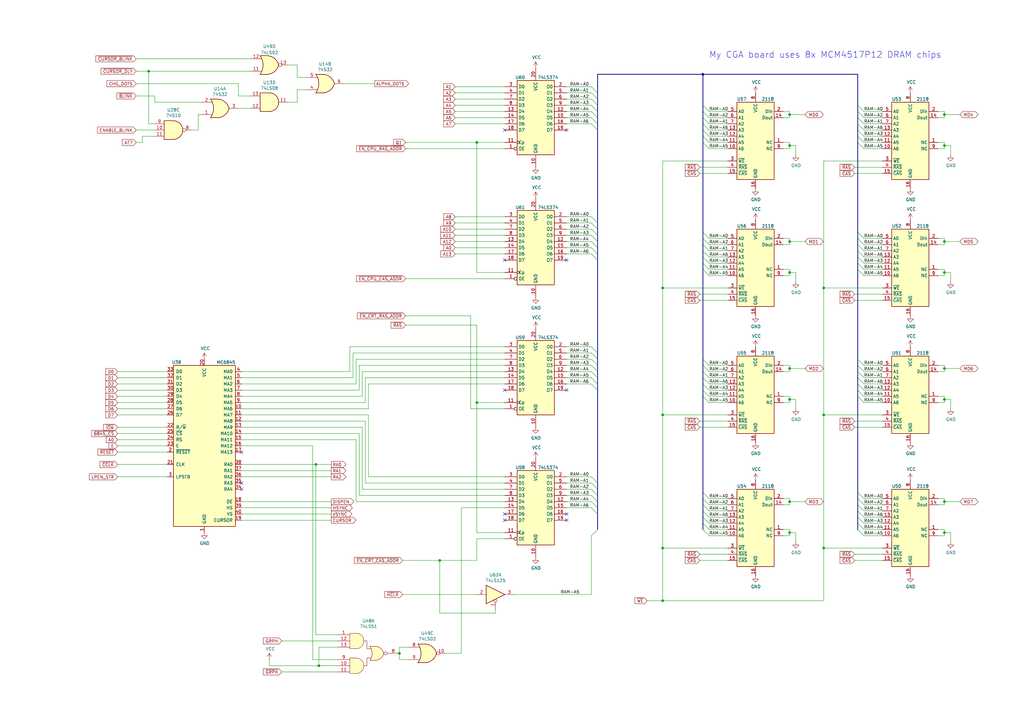
<source format=kicad_sch>
(kicad_sch (version 20230121) (generator eeschema)
  (paper "A3")
  (lib_symbols
    (symbol "74xx:74LS02" (pin_names (offset 1.016))
      (property "Reference" "U" (at 0 1.27 0))
      (property "Value" "74LS02" (at 0 -1.27 0))
      (symbol "74LS02_1_1"
        (pin output inverted (at 7.62 0 180) (length 3.81) (name "~") (number "1"))
        (pin input line (at -7.62 2.54 0) (length 4.318) (name "~") (number "2"))
        (pin input line (at -7.62 -2.54 0) (length 4.318) (name "~") (number "3"))
      )
      (symbol "74LS02_1_2"
        (pin output line (at 7.62 0 180) (length 3.81) (name "~") (number "1"))
        (pin input inverted (at -7.62 2.54 0) (length 3.81) (name "~") (number "2"))
        (pin input inverted (at -7.62 -2.54 0) (length 3.81) (name "~") (number "3"))
      )
      (symbol "74LS02_2_1"
        (pin output inverted (at 7.62 0 180) (length 3.81) (name "~") (number "4"))
        (pin input line (at -7.62 2.54 0) (length 4.318) (name "~") (number "5"))
        (pin input line (at -7.62 -2.54 0) (length 4.318) (name "~") (number "6"))
      )
      (symbol "74LS02_2_2"
        (pin output line (at 7.62 0 180) (length 3.81) (name "~") (number "4"))
        (pin input inverted (at -7.62 2.54 0) (length 3.81) (name "~") (number "5"))
        (pin input inverted (at -7.62 -2.54 0) (length 3.81) (name "~") (number "6"))
      )
      (symbol "74LS02_3_1"
        (pin output inverted (at 7.62 0 180) (length 3.81) (name "~") (number "10"))
        (pin input line (at -7.62 2.54 0) (length 4.318) (name "~") (number "8"))
        (pin input line (at -7.62 -2.54 0) (length 4.318) (name "~") (number "9"))
      )
      (symbol "74LS02_3_2"
        (pin output line (at 7.62 0 180) (length 3.81) (name "~") (number "10"))
        (pin input inverted (at -7.62 2.54 0) (length 3.81) (name "~") (number "8"))
        (pin input inverted (at -7.62 -2.54 0) (length 3.81) (name "~") (number "9"))
      )
      (symbol "74LS02_4_1"
        (pin input line (at -7.62 2.54 0) (length 4.318) (name "~") (number "11"))
        (pin input line (at -7.62 -2.54 0) (length 4.318) (name "~") (number "12"))
        (pin output inverted (at 7.62 0 180) (length 3.81) (name "~") (number "13"))
      )
      (symbol "74LS02_4_2"
        (pin input inverted (at -7.62 2.54 0) (length 3.81) (name "~") (number "11"))
        (pin input inverted (at -7.62 -2.54 0) (length 3.81) (name "~") (number "12"))
        (pin output line (at 7.62 0 180) (length 3.81) (name "~") (number "13"))
      )
      (symbol "74LS02_5_0"
        (pin power_in line (at 0 12.7 270) (length 5.08) (name "VCC") (number "14"))
        (pin power_in line (at 0 -12.7 90) (length 5.08) (name "GND") (number "7"))
      )
    )
    (symbol "74xx:74LS08" (pin_names (offset 1.016))
      (property "Reference" "U" (at 0 1.27 0))
      (property "Value" "74LS08" (at 0 -1.27 0))
      (symbol "74LS08_1_1"
        (pin input line (at -7.62 2.54 0) (length 3.81) (name "~") (number "1"))
        (pin input line (at -7.62 -2.54 0) (length 3.81) (name "~") (number "2"))
        (pin output line (at 7.62 0 180) (length 3.81) (name "~") (number "3"))
      )
      (symbol "74LS08_1_2"
        (pin input inverted (at -7.62 2.54 0) (length 4.318) (name "~") (number "1"))
        (pin input inverted (at -7.62 -2.54 0) (length 4.318) (name "~") (number "2"))
        (pin output inverted (at 7.62 0 180) (length 3.81) (name "~") (number "3"))
      )
      (symbol "74LS08_2_1"
        (pin input line (at -7.62 2.54 0) (length 3.81) (name "~") (number "4"))
        (pin input line (at -7.62 -2.54 0) (length 3.81) (name "~") (number "5"))
        (pin output line (at 7.62 0 180) (length 3.81) (name "~") (number "6"))
      )
      (symbol "74LS08_2_2"
        (pin input inverted (at -7.62 2.54 0) (length 4.318) (name "~") (number "4"))
        (pin input inverted (at -7.62 -2.54 0) (length 4.318) (name "~") (number "5"))
        (pin output inverted (at 7.62 0 180) (length 3.81) (name "~") (number "6"))
      )
      (symbol "74LS08_3_1"
        (pin input line (at -7.62 -2.54 0) (length 3.81) (name "~") (number "10"))
        (pin output line (at 7.62 0 180) (length 3.81) (name "~") (number "8"))
        (pin input line (at -7.62 2.54 0) (length 3.81) (name "~") (number "9"))
      )
      (symbol "74LS08_3_2"
        (pin input inverted (at -7.62 -2.54 0) (length 4.318) (name "~") (number "10"))
        (pin output inverted (at 7.62 0 180) (length 3.81) (name "~") (number "8"))
        (pin input inverted (at -7.62 2.54 0) (length 4.318) (name "~") (number "9"))
      )
      (symbol "74LS08_4_1"
        (pin output line (at 7.62 0 180) (length 3.81) (name "~") (number "11"))
        (pin input line (at -7.62 2.54 0) (length 3.81) (name "~") (number "12"))
        (pin input line (at -7.62 -2.54 0) (length 3.81) (name "~") (number "13"))
      )
      (symbol "74LS08_4_2"
        (pin output inverted (at 7.62 0 180) (length 3.81) (name "~") (number "11"))
        (pin input inverted (at -7.62 2.54 0) (length 4.318) (name "~") (number "12"))
        (pin input inverted (at -7.62 -2.54 0) (length 4.318) (name "~") (number "13"))
      )
      (symbol "74LS08_5_0"
        (pin power_in line (at 0 12.7 270) (length 5.08) (name "VCC") (number "14"))
        (pin power_in line (at 0 -12.7 90) (length 5.08) (name "GND") (number "7"))
      )
    )
    (symbol "74xx:74LS10" (pin_names (offset 1.016))
      (property "Reference" "U" (at 0 1.27 0))
      (property "Value" "74LS10" (at 0 -1.27 0))
      (symbol "74LS10_1_1"
        (pin input line (at -7.62 2.54 0) (length 3.81) (name "~") (number "1"))
        (pin output inverted (at 7.62 0 180) (length 3.81) (name "~") (number "12"))
        (pin input line (at -7.62 -2.54 0) (length 3.81) (name "~") (number "13"))
        (pin input line (at -7.62 0 0) (length 3.81) (name "~") (number "2"))
      )
      (symbol "74LS10_1_2"
        (pin input inverted (at -7.62 2.54 0) (length 4.318) (name "~") (number "1"))
        (pin output line (at 7.62 0 180) (length 3.81) (name "~") (number "12"))
        (pin input inverted (at -7.62 -2.54 0) (length 4.318) (name "~") (number "13"))
        (pin input inverted (at -7.62 0 0) (length 4.953) (name "~") (number "2"))
      )
      (symbol "74LS10_2_1"
        (pin input line (at -7.62 2.54 0) (length 3.81) (name "~") (number "3"))
        (pin input line (at -7.62 0 0) (length 3.81) (name "~") (number "4"))
        (pin input line (at -7.62 -2.54 0) (length 3.81) (name "~") (number "5"))
        (pin output inverted (at 7.62 0 180) (length 3.81) (name "~") (number "6"))
      )
      (symbol "74LS10_2_2"
        (pin input inverted (at -7.62 2.54 0) (length 4.318) (name "~") (number "3"))
        (pin input inverted (at -7.62 0 0) (length 4.953) (name "~") (number "4"))
        (pin input inverted (at -7.62 -2.54 0) (length 4.318) (name "~") (number "5"))
        (pin output line (at 7.62 0 180) (length 3.81) (name "~") (number "6"))
      )
      (symbol "74LS10_3_1"
        (pin input line (at -7.62 0 0) (length 3.81) (name "~") (number "10"))
        (pin input line (at -7.62 -2.54 0) (length 3.81) (name "~") (number "11"))
        (pin output inverted (at 7.62 0 180) (length 3.81) (name "~") (number "8"))
        (pin input line (at -7.62 2.54 0) (length 3.81) (name "~") (number "9"))
      )
      (symbol "74LS10_3_2"
        (pin input inverted (at -7.62 0 0) (length 4.953) (name "~") (number "10"))
        (pin input inverted (at -7.62 -2.54 0) (length 4.318) (name "~") (number "11"))
        (pin output line (at 7.62 0 180) (length 3.81) (name "~") (number "8"))
        (pin input inverted (at -7.62 2.54 0) (length 4.318) (name "~") (number "9"))
      )
      (symbol "74LS10_4_0"
        (pin power_in line (at 0 12.7 270) (length 5.08) (name "VCC") (number "14"))
        (pin power_in line (at 0 -12.7 90) (length 5.08) (name "GND") (number "7"))
      )
    )
    (symbol "74xx:74LS125" (pin_names (offset 1.016))
      (property "Reference" "U" (at 0 1.27 0))
      (property "Value" "74LS125" (at 0 -1.27 0))
      (symbol "74LS125_1_0"
        (pin input inverted (at 0 -6.35 90) (length 4.445) (name "~") (number "1"))
        (pin input line (at -7.62 0 0) (length 3.81) (name "~") (number "2"))
        (pin tri_state line (at 7.62 0 180) (length 3.81) (name "~") (number "3"))
      )
      (symbol "74LS125_2_0"
        (pin input inverted (at 0 -6.35 90) (length 4.445) (name "~") (number "4"))
        (pin input line (at -7.62 0 0) (length 3.81) (name "~") (number "5"))
        (pin tri_state line (at 7.62 0 180) (length 3.81) (name "~") (number "6"))
      )
      (symbol "74LS125_3_0"
        (pin input inverted (at 0 -6.35 90) (length 4.445) (name "~") (number "10"))
        (pin tri_state line (at 7.62 0 180) (length 3.81) (name "~") (number "8"))
        (pin input line (at -7.62 0 0) (length 3.81) (name "~") (number "9"))
      )
      (symbol "74LS125_4_0"
        (pin tri_state line (at 7.62 0 180) (length 3.81) (name "~") (number "11"))
        (pin input line (at -7.62 0 0) (length 3.81) (name "~") (number "12"))
        (pin input inverted (at 0 -6.35 90) (length 4.445) (name "~") (number "13"))
      )
      (symbol "74LS125_5_0"
        (pin power_in line (at 0 12.7 270) (length 5.08) (name "VCC") (number "14"))
        (pin power_in line (at 0 -12.7 90) (length 5.08) (name "GND") (number "7"))
      )
    )
    (symbol "74xx:74LS32" (pin_names (offset 1.016))
      (property "Reference" "U" (at 0 1.27 0))
      (property "Value" "74LS32" (at 0 -1.27 0))
      (symbol "74LS32_1_1"
        (pin input line (at -7.62 2.54 0) (length 4.318) (name "~") (number "1"))
        (pin input line (at -7.62 -2.54 0) (length 4.318) (name "~") (number "2"))
        (pin output line (at 7.62 0 180) (length 3.81) (name "~") (number "3"))
      )
      (symbol "74LS32_1_2"
        (pin input inverted (at -7.62 2.54 0) (length 3.81) (name "~") (number "1"))
        (pin input inverted (at -7.62 -2.54 0) (length 3.81) (name "~") (number "2"))
        (pin output inverted (at 7.62 0 180) (length 3.81) (name "~") (number "3"))
      )
      (symbol "74LS32_2_1"
        (pin input line (at -7.62 2.54 0) (length 4.318) (name "~") (number "4"))
        (pin input line (at -7.62 -2.54 0) (length 4.318) (name "~") (number "5"))
        (pin output line (at 7.62 0 180) (length 3.81) (name "~") (number "6"))
      )
      (symbol "74LS32_2_2"
        (pin input inverted (at -7.62 2.54 0) (length 3.81) (name "~") (number "4"))
        (pin input inverted (at -7.62 -2.54 0) (length 3.81) (name "~") (number "5"))
        (pin output inverted (at 7.62 0 180) (length 3.81) (name "~") (number "6"))
      )
      (symbol "74LS32_3_1"
        (pin input line (at -7.62 -2.54 0) (length 4.318) (name "~") (number "10"))
        (pin output line (at 7.62 0 180) (length 3.81) (name "~") (number "8"))
        (pin input line (at -7.62 2.54 0) (length 4.318) (name "~") (number "9"))
      )
      (symbol "74LS32_3_2"
        (pin input inverted (at -7.62 -2.54 0) (length 3.81) (name "~") (number "10"))
        (pin output inverted (at 7.62 0 180) (length 3.81) (name "~") (number "8"))
        (pin input inverted (at -7.62 2.54 0) (length 3.81) (name "~") (number "9"))
      )
      (symbol "74LS32_4_1"
        (pin output line (at 7.62 0 180) (length 3.81) (name "~") (number "11"))
        (pin input line (at -7.62 2.54 0) (length 4.318) (name "~") (number "12"))
        (pin input line (at -7.62 -2.54 0) (length 4.318) (name "~") (number "13"))
      )
      (symbol "74LS32_4_2"
        (pin output inverted (at 7.62 0 180) (length 3.81) (name "~") (number "11"))
        (pin input inverted (at -7.62 2.54 0) (length 3.81) (name "~") (number "12"))
        (pin input inverted (at -7.62 -2.54 0) (length 3.81) (name "~") (number "13"))
      )
      (symbol "74LS32_5_0"
        (pin power_in line (at 0 12.7 270) (length 5.08) (name "VCC") (number "14"))
        (pin power_in line (at 0 -12.7 90) (length 5.08) (name "GND") (number "7"))
      )
    )
    (symbol "74xx:74LS374"
      (property "Reference" "U" (at -7.62 16.51 0))
      (property "Value" "74LS374" (at -7.62 -16.51 0))
      (symbol "74LS374_1_0"
        (pin input inverted (at -12.7 -12.7 0) (length 5.08) (name "OE") (number "1"))
        (pin power_in line (at 0 -20.32 90) (length 5.08) (name "GND") (number "10"))
        (pin input clock (at -12.7 -10.16 0) (length 5.08) (name "Cp") (number "11"))
        (pin tri_state line (at 12.7 2.54 180) (length 5.08) (name "O4") (number "12"))
        (pin input line (at -12.7 2.54 0) (length 5.08) (name "D4") (number "13"))
        (pin input line (at -12.7 0 0) (length 5.08) (name "D5") (number "14"))
        (pin tri_state line (at 12.7 0 180) (length 5.08) (name "O5") (number "15"))
        (pin tri_state line (at 12.7 -2.54 180) (length 5.08) (name "O6") (number "16"))
        (pin input line (at -12.7 -2.54 0) (length 5.08) (name "D6") (number "17"))
        (pin input line (at -12.7 -5.08 0) (length 5.08) (name "D7") (number "18"))
        (pin tri_state line (at 12.7 -5.08 180) (length 5.08) (name "O7") (number "19"))
        (pin tri_state line (at 12.7 12.7 180) (length 5.08) (name "O0") (number "2"))
        (pin power_in line (at 0 20.32 270) (length 5.08) (name "VCC") (number "20"))
        (pin input line (at -12.7 12.7 0) (length 5.08) (name "D0") (number "3"))
        (pin input line (at -12.7 10.16 0) (length 5.08) (name "D1") (number "4"))
        (pin tri_state line (at 12.7 10.16 180) (length 5.08) (name "O1") (number "5"))
        (pin tri_state line (at 12.7 7.62 180) (length 5.08) (name "O2") (number "6"))
        (pin input line (at -12.7 7.62 0) (length 5.08) (name "D2") (number "7"))
        (pin input line (at -12.7 5.08 0) (length 5.08) (name "D3") (number "8"))
        (pin tri_state line (at 12.7 5.08 180) (length 5.08) (name "O3") (number "9"))
      )
    )
    (symbol "74xx:74LS51" (pin_names (offset 1.016))
      (property "Reference" "U" (at -7.62 10.16 0))
      (property "Value" "74LS51" (at -7.62 -10.16 0))
      (symbol "74LS51_1_0"
        (pin input line (at -12.7 7.62 0) (length 5.08) (name "~") (number "1"))
        (pin input line (at -12.7 -5.08 0) (length 5.08) (name "~") (number "10"))
        (pin input line (at -12.7 -7.62 0) (length 5.08) (name "~") (number "11"))
        (pin input line (at -12.7 5.08 0) (length 5.08) (name "~") (number "12"))
        (pin input line (at -12.7 2.54 0) (length 5.08) (name "~") (number "13"))
        (pin output line (at 12.7 0 180) (length 5.08) (name "~") (number "8"))
        (pin input line (at -12.7 -2.54 0) (length 5.08) (name "~") (number "9"))
      )
      (symbol "74LS51_2_0"
        (pin input line (at -12.7 7.62 0) (length 5.08) (name "~") (number "2"))
        (pin input line (at -12.7 2.54 0) (length 5.08) (name "~") (number "3"))
        (pin input line (at -12.7 -2.54 0) (length 5.08) (name "~") (number "4"))
        (pin input line (at -12.7 -7.62 0) (length 5.08) (name "~") (number "5"))
        (pin output line (at 12.7 0 180) (length 5.08) (name "~") (number "6"))
      )
      (symbol "74LS51_3_0"
        (pin power_in line (at 0 12.7 270) (length 5.08) (name "VCC") (number "14"))
        (pin power_in line (at 0 -12.7 90) (length 5.08) (name "GND") (number "7"))
      )
    )
    (symbol "GPU:MC6845" (pin_names (offset 1.016))
      (property "Reference" "U" (at -10.16 34.29 0))
      (property "Value" "MC6845" (at 12.7 34.29 0))
      (symbol "MC6845_1_1"
        (pin power_in line (at 0 -35.56 90) (length 2.54) (name "GND") (number "1"))
        (pin output line (at 15.24 15.24 180) (length 2.54) (name "MA6") (number "10"))
        (pin output line (at 15.24 12.7 180) (length 2.54) (name "MA7") (number "11"))
        (pin output line (at 15.24 10.16 180) (length 2.54) (name "MA8") (number "12"))
        (pin output line (at 15.24 7.62 180) (length 2.54) (name "MA9") (number "13"))
        (pin output line (at 15.24 5.08 180) (length 2.54) (name "MA10") (number "14"))
        (pin output line (at 15.24 2.54 180) (length 2.54) (name "MA11") (number "15"))
        (pin output line (at 15.24 0 180) (length 2.54) (name "MA12") (number "16"))
        (pin output line (at 15.24 -2.54 180) (length 2.54) (name "MA13") (number "17"))
        (pin output line (at 15.24 -22.86 180) (length 2.54) (name "DE") (number "18"))
        (pin output line (at 15.24 -30.48 180) (length 2.54) (name "CURSOR") (number "19"))
        (pin input line (at -15.24 -2.54 0) (length 2.54) (name "~{RESET}") (number "2"))
        (pin power_in line (at 0 35.56 270) (length 2.54) (name "VCC") (number "20"))
        (pin input line (at -15.24 -7.62 0) (length 2.54) (name "CLK") (number "21"))
        (pin input line (at -15.24 7.62 0) (length 2.54) (name "R/~{W}") (number "22"))
        (pin input line (at -15.24 0 0) (length 2.54) (name "E") (number "23"))
        (pin input line (at -15.24 2.54 0) (length 2.54) (name "RS") (number "24"))
        (pin input line (at -15.24 5.08 0) (length 2.54) (name "~{CS}") (number "25"))
        (pin bidirectional line (at -15.24 12.7 0) (length 2.54) (name "D7") (number "26"))
        (pin bidirectional line (at -15.24 15.24 0) (length 2.54) (name "D6") (number "27"))
        (pin bidirectional line (at -15.24 17.78 0) (length 2.54) (name "D5") (number "28"))
        (pin bidirectional line (at -15.24 20.32 0) (length 2.54) (name "D4") (number "29"))
        (pin input line (at -15.24 -12.7 0) (length 2.54) (name "LPSTB") (number "3"))
        (pin bidirectional line (at -15.24 22.86 0) (length 2.54) (name "D3") (number "30"))
        (pin bidirectional line (at -15.24 25.4 0) (length 2.54) (name "D2") (number "31"))
        (pin bidirectional line (at -15.24 27.94 0) (length 2.54) (name "D1") (number "32"))
        (pin bidirectional line (at -15.24 30.48 0) (length 2.54) (name "D0") (number "33"))
        (pin output line (at 15.24 -17.78 180) (length 2.54) (name "RA4") (number "34"))
        (pin output line (at 15.24 -15.24 180) (length 2.54) (name "RA3") (number "35"))
        (pin output line (at 15.24 -12.7 180) (length 2.54) (name "RA2") (number "36"))
        (pin output line (at 15.24 -10.16 180) (length 2.54) (name "RA1") (number "37"))
        (pin output line (at 15.24 -7.62 180) (length 2.54) (name "RA0") (number "38"))
        (pin output line (at 15.24 -25.4 180) (length 2.54) (name "HS") (number "39"))
        (pin output line (at 15.24 30.48 180) (length 2.54) (name "MA0") (number "4"))
        (pin output line (at 15.24 -27.94 180) (length 2.54) (name "VS") (number "40"))
        (pin output line (at 15.24 27.94 180) (length 2.54) (name "MA1") (number "5"))
        (pin output line (at 15.24 25.4 180) (length 2.54) (name "MA2") (number "6"))
        (pin output line (at 15.24 22.86 180) (length 2.54) (name "MA3") (number "7"))
        (pin output line (at 15.24 20.32 180) (length 2.54) (name "MA4") (number "8"))
        (pin output line (at 15.24 17.78 180) (length 2.54) (name "MA5") (number "9"))
      )
    )
    (symbol "ISA_CGA:2118"
      (property "Reference" "U" (at -11.43 27.94 0))
      (property "Value" "2118" (at -1.27 27.94 0))
      (symbol "2118_0_0"
        (pin power_in line (at -3.81 -8.89 90) (length 3.81) (name "GND") (number "16"))
        (pin power_in line (at -3.81 30.48 270) (length 3.81) (name "VCC") (number "8"))
      )
      (symbol "2118_1_1"
        (pin input line (at 7.62 10.16 180) (length 3.81) (name "NC") (number "1"))
        (pin input line (at -15.24 7.62 0) (length 3.81) (name "A6") (number "10"))
        (pin input line (at -15.24 10.16 0) (length 3.81) (name "A5") (number "11"))
        (pin input line (at -15.24 12.7 0) (length 3.81) (name "A4") (number "12"))
        (pin input line (at -15.24 15.24 0) (length 3.81) (name "A3") (number "13"))
        (pin tri_state line (at 7.62 20.32 180) (length 3.81) (name "Dout") (number "14"))
        (pin input line (at -15.24 -2.54 0) (length 3.81) (name "~{CAS}") (number "15"))
        (pin input line (at 7.62 22.86 180) (length 3.81) (name "Din") (number "2"))
        (pin input line (at -15.24 2.54 0) (length 3.81) (name "~{WE}") (number "3"))
        (pin input line (at -15.24 0 0) (length 3.81) (name "~{RAS}") (number "4"))
        (pin input line (at -15.24 22.86 0) (length 3.81) (name "A0") (number "5"))
        (pin input line (at -15.24 20.32 0) (length 3.81) (name "A1") (number "6"))
        (pin input line (at -15.24 17.78 0) (length 3.81) (name "A2") (number "7"))
        (pin input line (at 7.62 7.62 180) (length 3.81) (name "NC") (number "9"))
      )
    )
    (symbol "power:GND" (power) (pin_names (offset 0))
      (property "Value" "GND" (at 0 -3.81 0))
      (symbol "GND_1_1"
        (pin power_in line (at 0 0 270) (length 0) hide (name "GND") (number "1"))
      )
    )
    (symbol "power:VCC" (power) (pin_names (offset 0))
      (property "Value" "VCC" (at 0 3.81 0))
      (symbol "VCC_1_1"
        (pin power_in line (at 0 0 90) (length 0) hide (name "VCC") (number "1"))
      )
    )
  )
  (junction (at 323.85 59.69))
  (junction (at 387.35 163.83))
  (junction (at 337.82 118.11))
  (junction (at 195.58 58.42))
  (junction (at 337.82 224.79))
  (junction (at 387.35 218.44))
  (junction (at 387.35 59.69))
  (junction (at 387.35 111.76))
  (junction (at 387.35 46.99))
  (junction (at 288.29 30.48))
  (junction (at 271.78 246.38))
  (junction (at 387.35 99.06))
  (junction (at 323.85 46.99))
  (junction (at 163.83 267.97))
  (junction (at 323.85 111.76))
  (junction (at 323.85 163.83))
  (junction (at 180.34 229.87))
  (junction (at 271.78 118.11))
  (junction (at 387.35 151.13))
  (junction (at 271.78 170.18))
  (junction (at 337.82 170.18))
  (junction (at 271.78 224.79))
  (junction (at 60.96 29.21))
  (junction (at 323.85 218.44))
  (junction (at 129.54 190.5))
  (junction (at 323.85 151.13))
  (junction (at 323.85 205.74))
  (junction (at 323.85 99.06))
  (junction (at 130.81 273.05))
  (junction (at 387.35 205.74))
  (junction (at 195.58 165.1))
  (no_connect (at 207.01 213.36))
  (no_connect (at 207.01 210.82))
  (no_connect (at 232.41 213.36))
  (no_connect (at 99.06 200.66))
  (no_connect (at 207.01 53.34))
  (no_connect (at 232.41 210.82))
  (no_connect (at 99.06 198.12))
  (no_connect (at 99.06 185.42))
  (no_connect (at 207.01 106.68))
  (no_connect (at 232.41 160.02))
  (no_connect (at 207.01 160.02))
  (no_connect (at 232.41 53.34))
  (no_connect (at 232.41 106.68))
  (bus_entry (at 242.57 35.56) (size 2.54 2.54))
  (bus_entry (at 242.57 40.64) (size 2.54 2.54))
  (bus_entry (at 351.79 55.88) (size 2.54 2.54))
  (bus_entry (at 288.29 102.87) (size 2.54 2.54))
  (bus_entry (at 351.79 209.55) (size 2.54 2.54))
  (bus_entry (at 242.57 149.86) (size 2.54 2.54))
  (bus_entry (at 242.57 48.26) (size 2.54 2.54))
  (bus_entry (at 242.57 45.72) (size 2.54 2.54))
  (bus_entry (at 288.29 152.4) (size 2.54 2.54))
  (bus_entry (at 288.29 149.86) (size 2.54 2.54))
  (bus_entry (at 351.79 48.26) (size 2.54 2.54))
  (bus_entry (at 288.29 107.95) (size 2.54 2.54))
  (bus_entry (at 242.57 93.98) (size 2.54 2.54))
  (bus_entry (at 351.79 212.09) (size 2.54 2.54))
  (bus_entry (at 242.57 147.32) (size 2.54 2.54))
  (bus_entry (at 351.79 152.4) (size 2.54 2.54))
  (bus_entry (at 242.57 101.6) (size 2.54 2.54))
  (bus_entry (at 351.79 207.01) (size 2.54 2.54))
  (bus_entry (at 288.29 160.02) (size 2.54 2.54))
  (bus_entry (at 242.57 38.1) (size 2.54 2.54))
  (bus_entry (at 351.79 43.18) (size 2.54 2.54))
  (bus_entry (at 351.79 58.42) (size 2.54 2.54))
  (bus_entry (at 288.29 48.26) (size 2.54 2.54))
  (bus_entry (at 242.57 88.9) (size 2.54 2.54))
  (bus_entry (at 288.29 55.88) (size 2.54 2.54))
  (bus_entry (at 288.29 95.25) (size 2.54 2.54))
  (bus_entry (at 242.57 144.78) (size 2.54 2.54))
  (bus_entry (at 351.79 149.86) (size 2.54 2.54))
  (bus_entry (at 288.29 214.63) (size 2.54 2.54))
  (bus_entry (at 288.29 154.94) (size 2.54 2.54))
  (bus_entry (at 351.79 214.63) (size 2.54 2.54))
  (bus_entry (at 242.57 152.4) (size 2.54 2.54))
  (bus_entry (at 351.79 217.17) (size 2.54 2.54))
  (bus_entry (at 351.79 53.34) (size 2.54 2.54))
  (bus_entry (at 242.57 219.71) (size 2.54 -2.54))
  (bus_entry (at 288.29 53.34) (size 2.54 2.54))
  (bus_entry (at 242.57 96.52) (size 2.54 2.54))
  (bus_entry (at 288.29 100.33) (size 2.54 2.54))
  (bus_entry (at 351.79 160.02) (size 2.54 2.54))
  (bus_entry (at 351.79 147.32) (size 2.54 2.54))
  (bus_entry (at 288.29 157.48) (size 2.54 2.54))
  (bus_entry (at 242.57 157.48) (size 2.54 2.54))
  (bus_entry (at 242.57 142.24) (size 2.54 2.54))
  (bus_entry (at 288.29 207.01) (size 2.54 2.54))
  (bus_entry (at 351.79 45.72) (size 2.54 2.54))
  (bus_entry (at 242.57 50.8) (size 2.54 2.54))
  (bus_entry (at 351.79 100.33) (size 2.54 2.54))
  (bus_entry (at 288.29 212.09) (size 2.54 2.54))
  (bus_entry (at 288.29 58.42) (size 2.54 2.54))
  (bus_entry (at 242.57 200.66) (size 2.54 2.54))
  (bus_entry (at 242.57 205.74) (size 2.54 2.54))
  (bus_entry (at 351.79 102.87) (size 2.54 2.54))
  (bus_entry (at 351.79 95.25) (size 2.54 2.54))
  (bus_entry (at 288.29 204.47) (size 2.54 2.54))
  (bus_entry (at 242.57 203.2) (size 2.54 2.54))
  (bus_entry (at 242.57 99.06) (size 2.54 2.54))
  (bus_entry (at 288.29 105.41) (size 2.54 2.54))
  (bus_entry (at 288.29 162.56) (size 2.54 2.54))
  (bus_entry (at 288.29 43.18) (size 2.54 2.54))
  (bus_entry (at 351.79 105.41) (size 2.54 2.54))
  (bus_entry (at 351.79 157.48) (size 2.54 2.54))
  (bus_entry (at 242.57 195.58) (size 2.54 2.54))
  (bus_entry (at 288.29 201.93) (size 2.54 2.54))
  (bus_entry (at 242.57 208.28) (size 2.54 2.54))
  (bus_entry (at 351.79 110.49) (size 2.54 2.54))
  (bus_entry (at 242.57 43.18) (size 2.54 2.54))
  (bus_entry (at 351.79 162.56) (size 2.54 2.54))
  (bus_entry (at 288.29 147.32) (size 2.54 2.54))
  (bus_entry (at 351.79 204.47) (size 2.54 2.54))
  (bus_entry (at 288.29 45.72) (size 2.54 2.54))
  (bus_entry (at 288.29 110.49) (size 2.54 2.54))
  (bus_entry (at 242.57 154.94) (size 2.54 2.54))
  (bus_entry (at 242.57 91.44) (size 2.54 2.54))
  (bus_entry (at 351.79 97.79) (size 2.54 2.54))
  (bus_entry (at 351.79 107.95) (size 2.54 2.54))
  (bus_entry (at 288.29 97.79) (size 2.54 2.54))
  (bus_entry (at 351.79 201.93) (size 2.54 2.54))
  (bus_entry (at 288.29 217.17) (size 2.54 2.54))
  (bus_entry (at 242.57 198.12) (size 2.54 2.54))
  (bus_entry (at 242.57 104.14) (size 2.54 2.54))
  (bus_entry (at 351.79 50.8) (size 2.54 2.54))
  (bus_entry (at 288.29 50.8) (size 2.54 2.54))
  (bus_entry (at 351.79 154.94) (size 2.54 2.54))
  (bus_entry (at 288.29 209.55) (size 2.54 2.54))
  (wire (pts (xy 298.45 170.18) (xy 271.78 170.18)))
  (bus (pts (xy 351.79 48.26) (xy 351.79 50.8)))
  (wire (pts (xy 384.81 162.56) (xy 387.35 162.56)))
  (bus (pts (xy 351.79 204.47) (xy 351.79 207.01)))
  (wire (pts (xy 387.35 46.99) (xy 393.7 46.99)))
  (wire (pts (xy 121.92 26.67) (xy 121.92 31.75)))
  (wire (pts (xy 210.82 243.84) (xy 242.57 243.84)))
  (wire (pts (xy 195.58 165.1) (xy 195.58 133.35)))
  (bus (pts (xy 245.11 154.94) (xy 245.11 157.48)))
  (wire (pts (xy 97.79 34.29) (xy 55.88 34.29)))
  (wire (pts (xy 354.33 105.41) (xy 361.95 105.41)))
  (wire (pts (xy 290.83 214.63) (xy 298.45 214.63)))
  (wire (pts (xy 354.33 212.09) (xy 361.95 212.09)))
  (bus (pts (xy 351.79 97.79) (xy 351.79 100.33)))
  (wire (pts (xy 290.83 53.34) (xy 298.45 53.34)))
  (wire (pts (xy 387.35 45.72) (xy 387.35 46.99)))
  (wire (pts (xy 232.41 91.44) (xy 242.57 91.44)))
  (wire (pts (xy 298.45 68.58) (xy 287.02 68.58)))
  (wire (pts (xy 290.83 219.71) (xy 298.45 219.71)))
  (wire (pts (xy 271.78 118.11) (xy 271.78 170.18)))
  (wire (pts (xy 298.45 175.26) (xy 287.02 175.26)))
  (wire (pts (xy 290.83 105.41) (xy 298.45 105.41)))
  (bus (pts (xy 245.11 149.86) (xy 245.11 152.4)))
  (wire (pts (xy 387.35 110.49) (xy 387.35 111.76)))
  (wire (pts (xy 384.81 217.17) (xy 387.35 217.17)))
  (wire (pts (xy 68.58 170.18) (xy 48.26 170.18)))
  (wire (pts (xy 193.04 129.54) (xy 166.37 129.54)))
  (wire (pts (xy 146.05 147.32) (xy 146.05 157.48)))
  (wire (pts (xy 387.35 100.33) (xy 384.81 100.33)))
  (bus (pts (xy 245.11 210.82) (xy 245.11 217.17)))
  (wire (pts (xy 323.85 207.01) (xy 321.31 207.01)))
  (wire (pts (xy 102.87 24.13) (xy 55.88 24.13)))
  (wire (pts (xy 298.45 224.79) (xy 271.78 224.79)))
  (bus (pts (xy 288.29 30.48) (xy 245.11 30.48)))
  (wire (pts (xy 148.59 162.56) (xy 99.06 162.56)))
  (wire (pts (xy 102.87 39.37) (xy 97.79 39.37)))
  (wire (pts (xy 99.06 190.5) (xy 129.54 190.5)))
  (wire (pts (xy 129.54 260.35) (xy 138.43 260.35)))
  (bus (pts (xy 288.29 43.18) (xy 288.29 45.72)))
  (wire (pts (xy 232.41 203.2) (xy 242.57 203.2)))
  (bus (pts (xy 245.11 104.14) (xy 245.11 106.68)))
  (wire (pts (xy 321.31 149.86) (xy 323.85 149.86)))
  (wire (pts (xy 68.58 165.1) (xy 48.26 165.1)))
  (wire (pts (xy 290.83 50.8) (xy 298.45 50.8)))
  (wire (pts (xy 323.85 219.71) (xy 321.31 219.71)))
  (wire (pts (xy 207.01 167.64) (xy 193.04 167.64)))
  (wire (pts (xy 147.32 203.2) (xy 207.01 203.2)))
  (wire (pts (xy 290.83 149.86) (xy 298.45 149.86)))
  (wire (pts (xy 361.95 229.87) (xy 350.52 229.87)))
  (bus (pts (xy 245.11 93.98) (xy 245.11 96.52)))
  (bus (pts (xy 288.29 102.87) (xy 288.29 105.41)))
  (wire (pts (xy 149.86 198.12) (xy 207.01 198.12)))
  (wire (pts (xy 207.01 104.14) (xy 186.69 104.14)))
  (wire (pts (xy 323.85 48.26) (xy 321.31 48.26)))
  (wire (pts (xy 138.43 275.59) (xy 115.57 275.59)))
  (wire (pts (xy 121.92 31.75) (xy 125.73 31.75)))
  (wire (pts (xy 384.81 45.72) (xy 387.35 45.72)))
  (bus (pts (xy 245.11 96.52) (xy 245.11 99.06)))
  (wire (pts (xy 55.88 53.34) (xy 63.5 53.34)))
  (wire (pts (xy 58.42 55.88) (xy 58.42 58.42)))
  (wire (pts (xy 232.41 195.58) (xy 242.57 195.58)))
  (wire (pts (xy 232.41 144.78) (xy 242.57 144.78)))
  (wire (pts (xy 384.81 110.49) (xy 387.35 110.49)))
  (wire (pts (xy 147.32 149.86) (xy 207.01 149.86)))
  (wire (pts (xy 361.95 170.18) (xy 337.82 170.18)))
  (wire (pts (xy 115.57 262.89) (xy 138.43 262.89)))
  (wire (pts (xy 232.41 101.6) (xy 242.57 101.6)))
  (wire (pts (xy 354.33 53.34) (xy 361.95 53.34)))
  (wire (pts (xy 130.81 265.43) (xy 138.43 265.43)))
  (wire (pts (xy 354.33 160.02) (xy 361.95 160.02)))
  (wire (pts (xy 290.83 160.02) (xy 298.45 160.02)))
  (wire (pts (xy 207.01 218.44) (xy 195.58 218.44)))
  (bus (pts (xy 288.29 95.25) (xy 288.29 97.79)))
  (wire (pts (xy 321.31 110.49) (xy 323.85 110.49)))
  (bus (pts (xy 351.79 107.95) (xy 351.79 110.49)))
  (wire (pts (xy 180.34 229.87) (xy 180.34 251.46)))
  (wire (pts (xy 290.83 113.03) (xy 298.45 113.03)))
  (wire (pts (xy 180.34 251.46) (xy 203.2 251.46)))
  (wire (pts (xy 99.06 154.94) (xy 144.78 154.94)))
  (bus (pts (xy 288.29 160.02) (xy 288.29 162.56)))
  (wire (pts (xy 387.35 97.79) (xy 387.35 99.06)))
  (wire (pts (xy 387.35 58.42) (xy 387.35 59.69)))
  (wire (pts (xy 387.35 217.17) (xy 387.35 218.44)))
  (bus (pts (xy 288.29 209.55) (xy 288.29 212.09)))
  (wire (pts (xy 232.41 38.1) (xy 242.57 38.1)))
  (wire (pts (xy 207.01 165.1) (xy 195.58 165.1)))
  (bus (pts (xy 245.11 208.28) (xy 245.11 210.82)))
  (bus (pts (xy 288.29 204.47) (xy 288.29 207.01)))
  (bus (pts (xy 288.29 201.93) (xy 288.29 204.47)))
  (wire (pts (xy 271.78 170.18) (xy 271.78 224.79)))
  (wire (pts (xy 290.83 58.42) (xy 298.45 58.42)))
  (bus (pts (xy 351.79 53.34) (xy 351.79 55.88)))
  (wire (pts (xy 130.81 273.05) (xy 130.81 265.43)))
  (wire (pts (xy 361.95 120.65) (xy 350.52 120.65)))
  (bus (pts (xy 288.29 110.49) (xy 288.29 147.32)))
  (wire (pts (xy 326.39 218.44) (xy 326.39 222.25)))
  (wire (pts (xy 207.01 50.8) (xy 186.69 50.8)))
  (wire (pts (xy 323.85 110.49) (xy 323.85 111.76)))
  (wire (pts (xy 354.33 45.72) (xy 361.95 45.72)))
  (wire (pts (xy 298.45 123.19) (xy 287.02 123.19)))
  (wire (pts (xy 290.83 60.96) (xy 298.45 60.96)))
  (wire (pts (xy 207.01 152.4) (xy 148.59 152.4)))
  (wire (pts (xy 387.35 218.44) (xy 389.89 218.44)))
  (wire (pts (xy 99.06 205.74) (xy 135.89 205.74)))
  (wire (pts (xy 207.01 111.76) (xy 195.58 111.76)))
  (wire (pts (xy 138.43 273.05) (xy 130.81 273.05)))
  (wire (pts (xy 387.35 205.74) (xy 393.7 205.74)))
  (wire (pts (xy 121.92 36.83) (xy 125.73 36.83)))
  (wire (pts (xy 146.05 180.34) (xy 146.05 205.74)))
  (bus (pts (xy 288.29 30.48) (xy 288.29 43.18)))
  (wire (pts (xy 387.35 59.69) (xy 389.89 59.69)))
  (wire (pts (xy 232.41 198.12) (xy 242.57 198.12)))
  (wire (pts (xy 323.85 59.69) (xy 323.85 60.96)))
  (wire (pts (xy 151.13 195.58) (xy 207.01 195.58)))
  (wire (pts (xy 207.01 35.56) (xy 186.69 35.56)))
  (bus (pts (xy 288.29 105.41) (xy 288.29 107.95)))
  (wire (pts (xy 232.41 200.66) (xy 242.57 200.66)))
  (wire (pts (xy 387.35 149.86) (xy 387.35 151.13)))
  (bus (pts (xy 351.79 55.88) (xy 351.79 58.42)))
  (bus (pts (xy 288.29 212.09) (xy 288.29 214.63)))
  (wire (pts (xy 99.06 177.8) (xy 147.32 177.8)))
  (wire (pts (xy 323.85 163.83) (xy 323.85 165.1)))
  (bus (pts (xy 288.29 157.48) (xy 288.29 160.02)))
  (wire (pts (xy 337.82 66.04) (xy 337.82 118.11)))
  (bus (pts (xy 245.11 160.02) (xy 245.11 198.12)))
  (bus (pts (xy 245.11 106.68) (xy 245.11 144.78)))
  (wire (pts (xy 68.58 154.94) (xy 48.26 154.94)))
  (wire (pts (xy 290.83 97.79) (xy 298.45 97.79)))
  (wire (pts (xy 290.83 152.4) (xy 298.45 152.4)))
  (wire (pts (xy 321.31 204.47) (xy 323.85 204.47)))
  (wire (pts (xy 354.33 113.03) (xy 361.95 113.03)))
  (bus (pts (xy 245.11 99.06) (xy 245.11 101.6)))
  (wire (pts (xy 298.45 71.12) (xy 287.02 71.12)))
  (wire (pts (xy 387.35 163.83) (xy 387.35 165.1)))
  (wire (pts (xy 195.58 229.87) (xy 180.34 229.87)))
  (wire (pts (xy 323.85 149.86) (xy 323.85 151.13)))
  (wire (pts (xy 144.78 144.78) (xy 207.01 144.78)))
  (wire (pts (xy 337.82 246.38) (xy 271.78 246.38)))
  (wire (pts (xy 82.55 41.91) (xy 63.5 41.91)))
  (bus (pts (xy 288.29 149.86) (xy 288.29 152.4)))
  (wire (pts (xy 99.06 180.34) (xy 146.05 180.34)))
  (wire (pts (xy 290.83 165.1) (xy 298.45 165.1)))
  (wire (pts (xy 207.01 60.96) (xy 166.37 60.96)))
  (wire (pts (xy 354.33 48.26) (xy 361.95 48.26)))
  (wire (pts (xy 326.39 111.76) (xy 326.39 115.57)))
  (wire (pts (xy 354.33 60.96) (xy 361.95 60.96)))
  (wire (pts (xy 298.45 229.87) (xy 287.02 229.87)))
  (wire (pts (xy 232.41 208.28) (xy 242.57 208.28)))
  (bus (pts (xy 245.11 101.6) (xy 245.11 104.14)))
  (wire (pts (xy 387.35 219.71) (xy 384.81 219.71)))
  (wire (pts (xy 354.33 50.8) (xy 361.95 50.8)))
  (wire (pts (xy 149.86 165.1) (xy 149.86 154.94)))
  (wire (pts (xy 166.37 133.35) (xy 195.58 133.35)))
  (bus (pts (xy 351.79 95.25) (xy 351.79 97.79)))
  (wire (pts (xy 290.83 157.48) (xy 298.45 157.48)))
  (wire (pts (xy 232.41 99.06) (xy 242.57 99.06)))
  (wire (pts (xy 207.01 220.98) (xy 195.58 220.98)))
  (wire (pts (xy 290.83 102.87) (xy 298.45 102.87)))
  (wire (pts (xy 354.33 162.56) (xy 361.95 162.56)))
  (bus (pts (xy 245.11 200.66) (xy 245.11 203.2)))
  (wire (pts (xy 144.78 154.94) (xy 144.78 144.78)))
  (wire (pts (xy 195.58 111.76) (xy 195.58 58.42)))
  (wire (pts (xy 140.97 34.29) (xy 153.67 34.29)))
  (wire (pts (xy 321.31 162.56) (xy 323.85 162.56)))
  (wire (pts (xy 323.85 151.13) (xy 323.85 152.4)))
  (wire (pts (xy 387.35 152.4) (xy 384.81 152.4)))
  (wire (pts (xy 97.79 44.45) (xy 102.87 44.45)))
  (wire (pts (xy 387.35 218.44) (xy 387.35 219.71)))
  (wire (pts (xy 323.85 163.83) (xy 326.39 163.83)))
  (wire (pts (xy 82.55 46.99) (xy 81.28 46.99)))
  (wire (pts (xy 387.35 60.96) (xy 384.81 60.96)))
  (wire (pts (xy 354.33 97.79) (xy 361.95 97.79)))
  (wire (pts (xy 354.33 58.42) (xy 361.95 58.42)))
  (wire (pts (xy 121.92 41.91) (xy 121.92 36.83)))
  (wire (pts (xy 60.96 29.21) (xy 55.88 29.21)))
  (wire (pts (xy 389.89 111.76) (xy 389.89 115.57)))
  (wire (pts (xy 68.58 177.8) (xy 48.26 177.8)))
  (wire (pts (xy 326.39 163.83) (xy 326.39 167.64)))
  (wire (pts (xy 81.28 46.99) (xy 81.28 53.34)))
  (wire (pts (xy 323.85 45.72) (xy 323.85 46.99)))
  (wire (pts (xy 387.35 99.06) (xy 387.35 100.33)))
  (wire (pts (xy 389.89 163.83) (xy 389.89 167.64)))
  (wire (pts (xy 387.35 59.69) (xy 387.35 60.96)))
  (wire (pts (xy 63.5 50.8) (xy 60.96 50.8)))
  (wire (pts (xy 361.95 118.11) (xy 337.82 118.11)))
  (wire (pts (xy 68.58 185.42) (xy 48.26 185.42)))
  (wire (pts (xy 68.58 162.56) (xy 48.26 162.56)))
  (wire (pts (xy 68.58 180.34) (xy 48.26 180.34)))
  (bus (pts (xy 245.11 157.48) (xy 245.11 160.02)))
  (wire (pts (xy 361.95 68.58) (xy 350.52 68.58)))
  (wire (pts (xy 232.41 88.9) (xy 242.57 88.9)))
  (wire (pts (xy 290.83 209.55) (xy 298.45 209.55)))
  (wire (pts (xy 99.06 152.4) (xy 143.51 152.4)))
  (wire (pts (xy 271.78 66.04) (xy 271.78 118.11)))
  (wire (pts (xy 148.59 175.26) (xy 148.59 200.66)))
  (wire (pts (xy 354.33 214.63) (xy 361.95 214.63)))
  (wire (pts (xy 99.06 170.18) (xy 151.13 170.18)))
  (wire (pts (xy 167.64 265.43) (xy 163.83 265.43)))
  (wire (pts (xy 182.88 267.97) (xy 189.23 267.97)))
  (wire (pts (xy 163.83 267.97) (xy 163.83 270.51)))
  (bus (pts (xy 351.79 105.41) (xy 351.79 107.95)))
  (wire (pts (xy 387.35 113.03) (xy 384.81 113.03)))
  (wire (pts (xy 361.95 175.26) (xy 350.52 175.26)))
  (bus (pts (xy 245.11 147.32) (xy 245.11 149.86)))
  (wire (pts (xy 361.95 66.04) (xy 337.82 66.04)))
  (wire (pts (xy 99.06 208.28) (xy 135.89 208.28)))
  (wire (pts (xy 146.05 157.48) (xy 99.06 157.48)))
  (wire (pts (xy 354.33 102.87) (xy 361.95 102.87)))
  (bus (pts (xy 288.29 214.63) (xy 288.29 217.17)))
  (bus (pts (xy 245.11 45.72) (xy 245.11 48.26)))
  (wire (pts (xy 163.83 270.51) (xy 167.64 270.51)))
  (wire (pts (xy 361.95 123.19) (xy 350.52 123.19)))
  (wire (pts (xy 148.59 200.66) (xy 207.01 200.66)))
  (wire (pts (xy 321.31 217.17) (xy 323.85 217.17)))
  (wire (pts (xy 68.58 160.02) (xy 48.26 160.02)))
  (wire (pts (xy 148.59 152.4) (xy 148.59 162.56)))
  (bus (pts (xy 288.29 50.8) (xy 288.29 53.34)))
  (bus (pts (xy 288.29 55.88) (xy 288.29 58.42)))
  (wire (pts (xy 68.58 152.4) (xy 48.26 152.4)))
  (wire (pts (xy 387.35 162.56) (xy 387.35 163.83)))
  (wire (pts (xy 323.85 99.06) (xy 330.2 99.06)))
  (wire (pts (xy 207.01 114.3) (xy 166.37 114.3)))
  (wire (pts (xy 354.33 154.94) (xy 361.95 154.94)))
  (wire (pts (xy 323.85 111.76) (xy 326.39 111.76)))
  (wire (pts (xy 290.83 100.33) (xy 298.45 100.33)))
  (wire (pts (xy 323.85 60.96) (xy 321.31 60.96)))
  (wire (pts (xy 354.33 149.86) (xy 361.95 149.86)))
  (wire (pts (xy 232.41 154.94) (xy 242.57 154.94)))
  (wire (pts (xy 149.86 172.72) (xy 149.86 198.12)))
  (wire (pts (xy 361.95 71.12) (xy 350.52 71.12)))
  (wire (pts (xy 110.49 273.05) (xy 110.49 270.51)))
  (wire (pts (xy 323.85 204.47) (xy 323.85 205.74)))
  (wire (pts (xy 354.33 100.33) (xy 361.95 100.33)))
  (wire (pts (xy 323.85 99.06) (xy 323.85 100.33)))
  (wire (pts (xy 387.35 163.83) (xy 389.89 163.83)))
  (wire (pts (xy 354.33 152.4) (xy 361.95 152.4)))
  (wire (pts (xy 232.41 142.24) (xy 242.57 142.24)))
  (wire (pts (xy 99.06 213.36) (xy 135.89 213.36)))
  (wire (pts (xy 151.13 167.64) (xy 151.13 157.48)))
  (wire (pts (xy 321.31 58.42) (xy 323.85 58.42)))
  (wire (pts (xy 387.35 204.47) (xy 387.35 205.74)))
  (wire (pts (xy 99.06 167.64) (xy 151.13 167.64)))
  (wire (pts (xy 354.33 107.95) (xy 361.95 107.95)))
  (wire (pts (xy 232.41 157.48) (xy 242.57 157.48)))
  (wire (pts (xy 207.01 40.64) (xy 186.69 40.64)))
  (bus (pts (xy 288.29 107.95) (xy 288.29 110.49)))
  (wire (pts (xy 387.35 165.1) (xy 384.81 165.1)))
  (bus (pts (xy 288.29 152.4) (xy 288.29 154.94)))
  (bus (pts (xy 288.29 48.26) (xy 288.29 50.8)))
  (wire (pts (xy 195.58 58.42) (xy 207.01 58.42)))
  (bus (pts (xy 288.29 154.94) (xy 288.29 157.48)))
  (wire (pts (xy 180.34 229.87) (xy 165.1 229.87)))
  (wire (pts (xy 232.41 50.8) (xy 242.57 50.8)))
  (wire (pts (xy 290.83 107.95) (xy 298.45 107.95)))
  (wire (pts (xy 232.41 35.56) (xy 242.57 35.56)))
  (wire (pts (xy 387.35 151.13) (xy 393.7 151.13)))
  (wire (pts (xy 354.33 209.55) (xy 361.95 209.55)))
  (wire (pts (xy 361.95 224.79) (xy 337.82 224.79)))
  (wire (pts (xy 195.58 58.42) (xy 166.37 58.42)))
  (wire (pts (xy 354.33 110.49) (xy 361.95 110.49)))
  (wire (pts (xy 138.43 270.51) (xy 128.27 270.51)))
  (bus (pts (xy 245.11 43.18) (xy 245.11 45.72)))
  (wire (pts (xy 129.54 190.5) (xy 129.54 260.35)))
  (wire (pts (xy 195.58 243.84) (xy 165.1 243.84)))
  (bus (pts (xy 288.29 100.33) (xy 288.29 102.87)))
  (wire (pts (xy 68.58 167.64) (xy 48.26 167.64)))
  (bus (pts (xy 351.79 102.87) (xy 351.79 105.41)))
  (wire (pts (xy 99.06 175.26) (xy 148.59 175.26)))
  (wire (pts (xy 323.85 46.99) (xy 323.85 48.26)))
  (bus (pts (xy 351.79 209.55) (xy 351.79 212.09)))
  (wire (pts (xy 323.85 152.4) (xy 321.31 152.4)))
  (wire (pts (xy 130.81 273.05) (xy 110.49 273.05)))
  (wire (pts (xy 337.82 118.11) (xy 337.82 170.18)))
  (wire (pts (xy 323.85 58.42) (xy 323.85 59.69)))
  (wire (pts (xy 384.81 58.42) (xy 387.35 58.42)))
  (wire (pts (xy 290.83 45.72) (xy 298.45 45.72)))
  (wire (pts (xy 99.06 195.58) (xy 135.89 195.58)))
  (wire (pts (xy 58.42 58.42) (xy 55.88 58.42)))
  (wire (pts (xy 389.89 218.44) (xy 389.89 222.25)))
  (bus (pts (xy 288.29 53.34) (xy 288.29 55.88)))
  (wire (pts (xy 323.85 205.74) (xy 323.85 207.01)))
  (bus (pts (xy 245.11 53.34) (xy 245.11 91.44)))
  (wire (pts (xy 232.41 45.72) (xy 242.57 45.72)))
  (bus (pts (xy 351.79 100.33) (xy 351.79 102.87)))
  (bus (pts (xy 351.79 110.49) (xy 351.79 147.32)))
  (wire (pts (xy 207.01 96.52) (xy 186.69 96.52)))
  (wire (pts (xy 387.35 46.99) (xy 387.35 48.26)))
  (wire (pts (xy 290.83 207.01) (xy 298.45 207.01)))
  (wire (pts (xy 207.01 91.44) (xy 186.69 91.44)))
  (bus (pts (xy 351.79 30.48) (xy 351.79 43.18)))
  (wire (pts (xy 321.31 97.79) (xy 323.85 97.79)))
  (wire (pts (xy 326.39 59.69) (xy 326.39 63.5)))
  (wire (pts (xy 354.33 219.71) (xy 361.95 219.71)))
  (wire (pts (xy 354.33 165.1) (xy 361.95 165.1)))
  (wire (pts (xy 151.13 157.48) (xy 207.01 157.48)))
  (wire (pts (xy 387.35 48.26) (xy 384.81 48.26)))
  (wire (pts (xy 189.23 208.28) (xy 207.01 208.28)))
  (wire (pts (xy 99.06 193.04) (xy 135.89 193.04)))
  (wire (pts (xy 195.58 220.98) (xy 195.58 229.87)))
  (wire (pts (xy 387.35 205.74) (xy 387.35 207.01)))
  (wire (pts (xy 63.5 39.37) (xy 55.88 39.37)))
  (wire (pts (xy 232.41 40.64) (xy 242.57 40.64)))
  (wire (pts (xy 298.45 227.33) (xy 287.02 227.33)))
  (wire (pts (xy 68.58 157.48) (xy 48.26 157.48)))
  (wire (pts (xy 298.45 118.11) (xy 271.78 118.11)))
  (wire (pts (xy 118.11 26.67) (xy 121.92 26.67)))
  (wire (pts (xy 99.06 172.72) (xy 149.86 172.72)))
  (wire (pts (xy 68.58 195.58) (xy 48.26 195.58)))
  (bus (pts (xy 245.11 48.26) (xy 245.11 50.8)))
  (bus (pts (xy 288.29 147.32) (xy 288.29 149.86)))
  (wire (pts (xy 189.23 267.97) (xy 189.23 208.28)))
  (wire (pts (xy 290.83 154.94) (xy 298.45 154.94)))
  (wire (pts (xy 207.01 48.26) (xy 186.69 48.26)))
  (wire (pts (xy 387.35 111.76) (xy 389.89 111.76)))
  (wire (pts (xy 290.83 55.88) (xy 298.45 55.88)))
  (wire (pts (xy 323.85 97.79) (xy 323.85 99.06)))
  (wire (pts (xy 232.41 152.4) (xy 242.57 152.4)))
  (wire (pts (xy 337.82 224.79) (xy 337.82 246.38)))
  (wire (pts (xy 290.83 110.49) (xy 298.45 110.49)))
  (wire (pts (xy 193.04 167.64) (xy 193.04 129.54)))
  (wire (pts (xy 298.45 172.72) (xy 287.02 172.72)))
  (wire (pts (xy 242.57 219.71) (xy 242.57 243.84)))
  (wire (pts (xy 99.06 210.82) (xy 135.89 210.82)))
  (bus (pts (xy 351.79 147.32) (xy 351.79 149.86)))
  (wire (pts (xy 195.58 218.44) (xy 195.58 165.1)))
  (bus (pts (xy 245.11 30.48) (xy 245.11 38.1)))
  (wire (pts (xy 323.85 162.56) (xy 323.85 163.83)))
  (wire (pts (xy 387.35 99.06) (xy 393.7 99.06)))
  (wire (pts (xy 207.01 99.06) (xy 186.69 99.06)))
  (wire (pts (xy 147.32 177.8) (xy 147.32 203.2)))
  (wire (pts (xy 323.85 46.99) (xy 330.2 46.99)))
  (bus (pts (xy 245.11 198.12) (xy 245.11 200.66)))
  (wire (pts (xy 232.41 48.26) (xy 242.57 48.26)))
  (bus (pts (xy 351.79 162.56) (xy 351.79 201.93)))
  (bus (pts (xy 351.79 43.18) (xy 351.79 45.72)))
  (bus (pts (xy 245.11 40.64) (xy 245.11 43.18)))
  (wire (pts (xy 68.58 182.88) (xy 48.26 182.88)))
  (wire (pts (xy 323.85 59.69) (xy 326.39 59.69)))
  (bus (pts (xy 351.79 154.94) (xy 351.79 157.48)))
  (wire (pts (xy 129.54 190.5) (xy 135.89 190.5)))
  (wire (pts (xy 387.35 111.76) (xy 387.35 113.03)))
  (wire (pts (xy 323.85 113.03) (xy 321.31 113.03)))
  (wire (pts (xy 323.85 165.1) (xy 321.31 165.1)))
  (wire (pts (xy 118.11 41.91) (xy 121.92 41.91)))
  (wire (pts (xy 290.83 48.26) (xy 298.45 48.26)))
  (bus (pts (xy 245.11 203.2) (xy 245.11 205.74)))
  (bus (pts (xy 288.29 162.56) (xy 288.29 201.93)))
  (bus (pts (xy 245.11 152.4) (xy 245.11 154.94)))
  (wire (pts (xy 128.27 270.51) (xy 128.27 182.88)))
  (wire (pts (xy 207.01 43.18) (xy 186.69 43.18)))
  (bus (pts (xy 288.29 45.72) (xy 288.29 48.26)))
  (wire (pts (xy 99.06 160.02) (xy 147.32 160.02)))
  (wire (pts (xy 147.32 160.02) (xy 147.32 149.86)))
  (wire (pts (xy 99.06 165.1) (xy 149.86 165.1)))
  (wire (pts (xy 143.51 142.24) (xy 207.01 142.24)))
  (wire (pts (xy 321.31 45.72) (xy 323.85 45.72)))
  (wire (pts (xy 290.83 204.47) (xy 298.45 204.47)))
  (wire (pts (xy 63.5 55.88) (xy 58.42 55.88)))
  (bus (pts (xy 288.29 207.01) (xy 288.29 209.55)))
  (wire (pts (xy 207.01 101.6) (xy 186.69 101.6)))
  (bus (pts (xy 245.11 91.44) (xy 245.11 93.98)))
  (wire (pts (xy 232.41 93.98) (xy 242.57 93.98)))
  (wire (pts (xy 203.2 251.46) (xy 203.2 250.19)))
  (wire (pts (xy 290.83 217.17) (xy 298.45 217.17)))
  (wire (pts (xy 81.28 53.34) (xy 78.74 53.34)))
  (bus (pts (xy 351.79 58.42) (xy 351.79 95.25)))
  (bus (pts (xy 245.11 38.1) (xy 245.11 40.64)))
  (wire (pts (xy 97.79 39.37) (xy 97.79 34.29)))
  (wire (pts (xy 68.58 190.5) (xy 48.26 190.5)))
  (wire (pts (xy 146.05 205.74) (xy 207.01 205.74)))
  (wire (pts (xy 163.83 265.43) (xy 163.83 267.97)))
  (wire (pts (xy 232.41 147.32) (xy 242.57 147.32)))
  (wire (pts (xy 389.89 59.69) (xy 389.89 63.5)))
  (wire (pts (xy 361.95 172.72) (xy 350.52 172.72)))
  (wire (pts (xy 361.95 227.33) (xy 350.52 227.33)))
  (wire (pts (xy 207.01 88.9) (xy 186.69 88.9)))
  (wire (pts (xy 143.51 152.4) (xy 143.51 142.24)))
  (wire (pts (xy 354.33 204.47) (xy 361.95 204.47)))
  (bus (pts (xy 351.79 157.48) (xy 351.79 160.02)))
  (wire (pts (xy 387.35 207.01) (xy 384.81 207.01)))
  (bus (pts (xy 351.79 207.01) (xy 351.79 209.55)))
  (wire (pts (xy 384.81 204.47) (xy 387.35 204.47)))
  (bus (pts (xy 351.79 201.93) (xy 351.79 204.47)))
  (wire (pts (xy 323.85 217.17) (xy 323.85 218.44)))
  (bus (pts (xy 245.11 144.78) (xy 245.11 147.32)))
  (wire (pts (xy 265.43 246.38) (xy 271.78 246.38)))
  (wire (pts (xy 354.33 207.01) (xy 361.95 207.01)))
  (wire (pts (xy 271.78 224.79) (xy 271.78 246.38)))
  (wire (pts (xy 298.45 66.04) (xy 271.78 66.04)))
  (wire (pts (xy 323.85 218.44) (xy 323.85 219.71)))
  (bus (pts (xy 288.29 30.48) (xy 351.79 30.48)))
  (wire (pts (xy 387.35 151.13) (xy 387.35 152.4)))
  (wire (pts (xy 354.33 55.88) (xy 361.95 55.88)))
  (bus (pts (xy 245.11 50.8) (xy 245.11 53.34)))
  (wire (pts (xy 102.87 29.21) (xy 60.96 29.21)))
  (wire (pts (xy 323.85 205.74) (xy 330.2 205.74)))
  (wire (pts (xy 384.81 97.79) (xy 387.35 97.79)))
  (wire (pts (xy 323.85 111.76) (xy 323.85 113.03)))
  (bus (pts (xy 288.29 58.42) (xy 288.29 95.25)))
  (bus (pts (xy 351.79 45.72) (xy 351.79 48.26)))
  (wire (pts (xy 354.33 157.48) (xy 361.95 157.48)))
  (wire (pts (xy 290.83 212.09) (xy 298.45 212.09)))
  (wire (pts (xy 60.96 50.8) (xy 60.96 29.21)))
  (wire (pts (xy 323.85 100.33) (xy 321.31 100.33)))
  (wire (pts (xy 232.41 205.74) (xy 242.57 205.74)))
  (wire (pts (xy 63.5 41.91) (xy 63.5 39.37)))
  (bus (pts (xy 288.29 97.79) (xy 288.29 100.33)))
  (wire (pts (xy 298.45 120.65) (xy 287.02 120.65)))
  (wire (pts (xy 207.01 93.98) (xy 186.69 93.98)))
  (wire (pts (xy 68.58 175.26) (xy 48.26 175.26)))
  (bus (pts (xy 351.79 212.09) (xy 351.79 214.63)))
  (bus (pts (xy 351.79 149.86) (xy 351.79 152.4)))
  (bus (pts (xy 351.79 214.63) (xy 351.79 217.17)))
  (wire (pts (xy 151.13 170.18) (xy 151.13 195.58)))
  (wire (pts (xy 232.41 149.86) (xy 242.57 149.86)))
  (bus (pts (xy 245.11 205.74) (xy 245.11 208.28)))
  (wire (pts (xy 207.01 38.1) (xy 186.69 38.1)))
  (wire (pts (xy 384.81 149.86) (xy 387.35 149.86)))
  (wire (pts (xy 232.41 104.14) (xy 242.57 104.14)))
  (wire (pts (xy 290.83 162.56) (xy 298.45 162.56)))
  (wire (pts (xy 323.85 218.44) (xy 326.39 218.44)))
  (wire (pts (xy 354.33 217.17) (xy 361.95 217.17)))
  (bus (pts (xy 351.79 160.02) (xy 351.79 162.56)))
  (wire (pts (xy 323.85 151.13) (xy 330.2 151.13)))
  (bus (pts (xy 351.79 50.8) (xy 351.79 53.34)))
  (wire (pts (xy 149.86 154.94) (xy 207.01 154.94)))
  (wire (pts (xy 128.27 182.88) (xy 99.06 182.88)))
  (wire (pts (xy 207.01 147.32) (xy 146.05 147.32)))
  (wire (pts (xy 232.41 96.52) (xy 242.57 96.52)))
  (wire (pts (xy 232.41 43.18) (xy 242.57 43.18)))
  (bus (pts (xy 351.79 152.4) (xy 351.79 154.94)))
  (wire (pts (xy 337.82 170.18) (xy 337.82 224.79)))
  (wire (pts (xy 207.01 45.72) (xy 186.69 45.72)))
  (text "My CGA board uses 8x MCM4517P12 DRAM chips" (at 290.83 24.13 0) (effects (font (size 2.54 2.54)) (justify left bottom)))
  (label "RAM-A4" (at 233.68 205.74 0))
  (label "RAM-A1" (at 233.68 91.44 0))
  (label "RAM-A2" (at 290.83 207.01 0))
  (label "RAM-A3" (at 354.33 55.88 0))
  (label "RAM-A0" (at 354.33 204.47 0))
  (label "RAM-A6" (at 233.68 104.14 0))
  (label "RAM-A3" (at 354.33 214.63 0))
  (label "RAM-A1" (at 290.83 102.87 0))
  (label "RAM-A0" (at 233.68 195.58 0))
  (label "RAM-A2" (at 290.83 100.33 0))
  (label "RAM-A0" (at 290.83 204.47 0))
  (label "RAM-A6" (at 233.68 50.8 0))
  (label "RAM-A2" (at 233.68 147.32 0))
  (label "RAM-A0" (at 233.68 142.24 0))
  (label "RAM-A0" (at 233.68 35.56 0))
  (label "RAM-A3" (at 290.83 214.63 0))
  (label "RAM-A4" (at 290.83 217.17 0))
  (label "RAM-A2" (at 233.68 200.66 0))
  (label "RAM-A3" (at 290.83 160.02 0))
  (label "RAM-A3" (at 233.68 149.86 0))
  (label "RAM-A0" (at 290.83 149.86 0))
  (label "RAM-A5" (at 233.68 48.26 0))
  (label "RAM-A5" (at 354.33 165.1 0))
  (label "RAM-A0" (at 354.33 97.79 0))
  (label "RAM-A2" (at 233.68 93.98 0))
  (label "RAM-A2" (at 354.33 100.33 0))
  (label "RAM-A2" (at 290.83 152.4 0))
  (label "RAM-A1" (at 290.83 154.94 0))
  (label "RAM-A2" (at 290.83 48.26 0))
  (label "RAM-A1" (at 233.68 38.1 0))
  (label "RAM-A3" (at 233.68 43.18 0))
  (label "RAM-A2" (at 233.68 40.64 0))
  (label "RAM-A4" (at 290.83 110.49 0))
  (label "RAM-A1" (at 290.83 50.8 0))
  (label "RAM-A5" (at 290.83 219.71 0))
  (label "RAM-A1" (at 354.33 154.94 0))
  (label "RAM-A1" (at 354.33 102.87 0))
  (label "RAM-A6" (at 290.83 53.34 0))
  (label "RAM-A1" (at 354.33 209.55 0))
  (label "RAM-A1" (at 233.68 198.12 0))
  (label "RAM-A0" (at 354.33 45.72 0))
  (label "RAM-A0" (at 290.83 45.72 0))
  (label "RAM-A6" (at 233.68 208.28 0))
  (label "RAM-A2" (at 354.33 48.26 0))
  (label "RAM-A6" (at 354.33 105.41 0))
  (label "RAM-A4" (at 233.68 99.06 0))
  (label "RAM-A0" (at 290.83 97.79 0))
  (label "RAM-A1" (at 290.83 209.55 0))
  (label "RAM-A2" (at 354.33 152.4 0))
  (label "RAM-A6" (at 233.68 157.48 0))
  (label "RAM-A4" (at 354.33 58.42 0))
  (label "RAM-A3" (at 354.33 160.02 0))
  (label "RAM-A5" (at 354.33 219.71 0))
  (label "RAM-A5" (at 290.83 165.1 0))
  (label "RAM-A5" (at 229.87 243.84 0))
  (label "RAM-A1" (at 233.68 144.78 0))
  (label "RAM-A5" (at 233.68 154.94 0))
  (label "RAM-A4" (at 354.33 217.17 0))
  (label "RAM-A6" (at 354.33 53.34 0))
  (label "RAM-A0" (at 354.33 149.86 0))
  (label "RAM-A3" (at 233.68 96.52 0))
  (label "RAM-A4" (at 290.83 58.42 0))
  (label "RAM-A3" (at 233.68 203.2 0))
  (label "RAM-A3" (at 290.83 55.88 0))
  (label "RAM-A5" (at 354.33 113.03 0))
  (label "RAM-A5" (at 290.83 113.03 0))
  (label "RAM-A6" (at 290.83 157.48 0))
  (label "RAM-A1" (at 354.33 50.8 0))
  (label "RAM-A3" (at 290.83 107.95 0))
  (label "RAM-A6" (at 290.83 105.41 0))
  (label "RAM-A0" (at 233.68 88.9 0))
  (label "RAM-A4" (at 233.68 152.4 0))
  (label "RAM-A6" (at 354.33 212.09 0))
  (label "RAM-A5" (at 354.33 60.96 0))
  (label "RAM-A5" (at 233.68 101.6 0))
  (label "RAM-A4" (at 354.33 110.49 0))
  (label "RAM-A2" (at 354.33 207.01 0))
  (label "RAM-A6" (at 354.33 157.48 0))
  (label "RAM-A3" (at 354.33 107.95 0))
  (label "RAM-A4" (at 233.68 45.72 0))
  (label "RAM-A4" (at 290.83 162.56 0))
  (label "RAM-A6" (at 290.83 212.09 0))
  (label "RAM-A4" (at 354.33 162.56 0))
  (label "RAM-A5" (at 290.83 60.96 0))
  (global_label "A10" (shape input) (at 186.69 93.98 180) (property "Intersheetrefs" "${INTERSHEET_REFS}" (effects hide)))
  (global_label "VSYNC" (shape output) (at 135.89 210.82 0) (property "Intersheetrefs" "${INTERSHEET_REFS}" (effects hide)))
  (global_label "~{RAS}" (shape input) (at 350.52 68.58 180) (property "Intersheetrefs" "${INTERSHEET_REFS}" (effects hide)))
  (global_label "HSYNC" (shape output) (at 135.89 208.28 0) (property "Intersheetrefs" "${INTERSHEET_REFS}" (effects hide)))
  (global_label "D5" (shape input) (at 48.26 165.1 180) (property "Intersheetrefs" "${INTERSHEET_REFS}" (effects hide)))
  (global_label "Q1" (shape input) (at 166.37 58.42 180) (property "Intersheetrefs" "${INTERSHEET_REFS}" (effects hide)))
  (global_label "A12" (shape input) (at 186.69 99.06 180) (property "Intersheetrefs" "${INTERSHEET_REFS}" (effects hide)))
  (global_label "~{6845_CS}" (shape input) (at 48.26 177.8 180) (property "Intersheetrefs" "${INTERSHEET_REFS}" (effects hide)))
  (global_label "ALPHA_DOTS" (shape output) (at 153.67 34.29 0) (property "Intersheetrefs" "${INTERSHEET_REFS}" (effects hide)))
  (global_label "~{EN_CRT_CAS_ADDR}" (shape input) (at 165.1 229.87 180) (property "Intersheetrefs" "${INTERSHEET_REFS}" (effects hide)))
  (global_label "~{CCLK}" (shape input) (at 48.26 190.5 180) (property "Intersheetrefs" "${INTERSHEET_REFS}" (effects hide)))
  (global_label "MD4" (shape bidirectional) (at 393.7 46.99 0) (property "Intersheetrefs" "${INTERSHEET_REFS}" (effects hide)))
  (global_label "MD6" (shape bidirectional) (at 393.7 151.13 0) (property "Intersheetrefs" "${INTERSHEET_REFS}" (effects hide)))
  (global_label "A13" (shape input) (at 186.69 104.14 180) (property "Intersheetrefs" "${INTERSHEET_REFS}" (effects hide)))
  (global_label "~{WE}" (shape input) (at 265.43 246.38 180) (property "Intersheetrefs" "${INTERSHEET_REFS}" (effects hide)))
  (global_label "A2" (shape input) (at 186.69 38.1 180) (property "Intersheetrefs" "${INTERSHEET_REFS}" (effects hide)))
  (global_label "D3" (shape input) (at 48.26 160.02 180) (property "Intersheetrefs" "${INTERSHEET_REFS}" (effects hide)))
  (global_label "~{EN_CRT_RAS_ADDR}" (shape input) (at 166.37 129.54 180) (property "Intersheetrefs" "${INTERSHEET_REFS}" (effects hide)))
  (global_label "~{RAS}" (shape input) (at 166.37 133.35 180) (property "Intersheetrefs" "${INTERSHEET_REFS}" (effects hide)))
  (global_label "D6" (shape input) (at 48.26 167.64 180) (property "Intersheetrefs" "${INTERSHEET_REFS}" (effects hide)))
  (global_label "D7" (shape input) (at 48.26 170.18 180) (property "Intersheetrefs" "${INTERSHEET_REFS}" (effects hide)))
  (global_label "MD2" (shape bidirectional) (at 330.2 151.13 0) (property "Intersheetrefs" "${INTERSHEET_REFS}" (effects hide)))
  (global_label "D1" (shape input) (at 48.26 154.94 180) (property "Intersheetrefs" "${INTERSHEET_REFS}" (effects hide)))
  (global_label "~{IOW}" (shape input) (at 48.26 175.26 180) (property "Intersheetrefs" "${INTERSHEET_REFS}" (effects hide)))
  (global_label "~{RAS}" (shape input) (at 350.52 120.65 180) (property "Intersheetrefs" "${INTERSHEET_REFS}" (effects hide)))
  (global_label "~{HCLK}" (shape input) (at 165.1 243.84 180) (property "Intersheetrefs" "${INTERSHEET_REFS}" (effects hide)))
  (global_label "MD1" (shape bidirectional) (at 330.2 99.06 0) (property "Intersheetrefs" "${INTERSHEET_REFS}" (effects hide)))
  (global_label "~{CURSOR_DLY}" (shape input) (at 55.88 29.21 180) (property "Intersheetrefs" "${INTERSHEET_REFS}" (effects hide)))
  (global_label "~{CAS}" (shape input) (at 287.02 71.12 180) (property "Intersheetrefs" "${INTERSHEET_REFS}" (effects hide)))
  (global_label "A3" (shape input) (at 186.69 40.64 180) (property "Intersheetrefs" "${INTERSHEET_REFS}" (effects hide)))
  (global_label "MD7" (shape bidirectional) (at 393.7 205.74 0) (property "Intersheetrefs" "${INTERSHEET_REFS}" (effects hide)))
  (global_label "MD5" (shape bidirectional) (at 393.7 99.06 0) (property "Intersheetrefs" "${INTERSHEET_REFS}" (effects hide)))
  (global_label "ENABLE_BLINK" (shape input) (at 55.88 53.34 180) (property "Intersheetrefs" "${INTERSHEET_REFS}" (effects hide)))
  (global_label "~{RAS}" (shape input) (at 287.02 68.58 180) (property "Intersheetrefs" "${INTERSHEET_REFS}" (effects hide)))
  (global_label "A9" (shape input) (at 186.69 91.44 180) (property "Intersheetrefs" "${INTERSHEET_REFS}" (effects hide)))
  (global_label "A7" (shape input) (at 186.69 50.8 180) (property "Intersheetrefs" "${INTERSHEET_REFS}" (effects hide)))
  (global_label "~{CURSOR_BLINK}" (shape input) (at 55.88 24.13 180) (property "Intersheetrefs" "${INTERSHEET_REFS}" (effects hide)))
  (global_label "MD0" (shape bidirectional) (at 330.2 46.99 0) (property "Intersheetrefs" "${INTERSHEET_REFS}" (effects hide)))
  (global_label "~{CAS}" (shape input) (at 350.52 229.87 180) (property "Intersheetrefs" "${INTERSHEET_REFS}" (effects hide)))
  (global_label "DISPEN" (shape output) (at 135.89 205.74 0) (property "Intersheetrefs" "${INTERSHEET_REFS}" (effects hide)))
  (global_label "~{RAS}" (shape input) (at 287.02 227.33 180) (property "Intersheetrefs" "${INTERSHEET_REFS}" (effects hide)))
  (global_label "CURSOR" (shape output) (at 135.89 213.36 0) (property "Intersheetrefs" "${INTERSHEET_REFS}" (effects hide)))
  (global_label "~{CAS}" (shape input) (at 350.52 175.26 180) (property "Intersheetrefs" "${INTERSHEET_REFS}" (effects hide)))
  (global_label "A1" (shape input) (at 186.69 35.56 180) (property "Intersheetrefs" "${INTERSHEET_REFS}" (effects hide)))
  (global_label "~{CAS}" (shape input) (at 350.52 123.19 180) (property "Intersheetrefs" "${INTERSHEET_REFS}" (effects hide)))
  (global_label "~{EN_CPU_CAS_ADDR}" (shape input) (at 166.37 114.3 180) (property "Intersheetrefs" "${INTERSHEET_REFS}" (effects hide)))
  (global_label "~{EN_CPU_RAS_ADDR}" (shape input) (at 166.37 60.96 180) (property "Intersheetrefs" "${INTERSHEET_REFS}" (effects hide)))
  (global_label "GRPH" (shape input) (at 115.57 262.89 180) (property "Intersheetrefs" "${INTERSHEET_REFS}" (effects hide)))
  (global_label "A11" (shape input) (at 186.69 96.52 180) (property "Intersheetrefs" "${INTERSHEET_REFS}" (effects hide)))
  (global_label "E" (shape input) (at 48.26 182.88 180) (property "Intersheetrefs" "${INTERSHEET_REFS}" (effects hide)))
  (global_label "~{CAS}" (shape input) (at 287.02 175.26 180) (property "Intersheetrefs" "${INTERSHEET_REFS}" (effects hide)))
  (global_label "~{RAS}" (shape input) (at 287.02 120.65 180) (property "Intersheetrefs" "${INTERSHEET_REFS}" (effects hide)))
  (global_label "~{BLINK}" (shape input) (at 55.88 39.37 180) (property "Intersheetrefs" "${INTERSHEET_REFS}" (effects hide)))
  (global_label "D4" (shape input) (at 48.26 162.56 180) (property "Intersheetrefs" "${INTERSHEET_REFS}" (effects hide)))
  (global_label "A6" (shape input) (at 186.69 48.26 180) (property "Intersheetrefs" "${INTERSHEET_REFS}" (effects hide)))
  (global_label "D0" (shape input) (at 48.26 152.4 180) (property "Intersheetrefs" "${INTERSHEET_REFS}" (effects hide)))
  (global_label "A4" (shape input) (at 186.69 43.18 180) (property "Intersheetrefs" "${INTERSHEET_REFS}" (effects hide)))
  (global_label "~{CAS}" (shape input) (at 287.02 229.87 180) (property "Intersheetrefs" "${INTERSHEET_REFS}" (effects hide)))
  (global_label "~{RAS}" (shape input) (at 350.52 227.33 180) (property "Intersheetrefs" "${INTERSHEET_REFS}" (effects hide)))
  (global_label "A5" (shape input) (at 186.69 45.72 180) (property "Intersheetrefs" "${INTERSHEET_REFS}" (effects hide)))
  (global_label "~{GRPH}" (shape input) (at 115.57 275.59 180) (property "Intersheetrefs" "${INTERSHEET_REFS}" (effects hide)))
  (global_label "LPEN_STR" (shape input) (at 48.26 195.58 180) (property "Intersheetrefs" "${INTERSHEET_REFS}" (effects hide)))
  (global_label "A0" (shape input) (at 48.26 180.34 180) (property "Intersheetrefs" "${INTERSHEET_REFS}" (effects hide)))
  (global_label "AT7" (shape input) (at 55.88 58.42 180) (property "Intersheetrefs" "${INTERSHEET_REFS}" (effects hide)))
  (global_label "~{RAS}" (shape input) (at 350.52 172.72 180) (property "Intersheetrefs" "${INTERSHEET_REFS}" (effects hide)))
  (global_label "CHG_DOTS" (shape input) (at 55.88 34.29 180) (property "Intersheetrefs" "${INTERSHEET_REFS}" (effects hide)))
  (global_label "A8" (shape input) (at 186.69 88.9 180) (property "Intersheetrefs" "${INTERSHEET_REFS}" (effects hide)))
  (global_label "D2" (shape input) (at 48.26 157.48 180) (property "Intersheetrefs" "${INTERSHEET_REFS}" (effects hide)))
  (global_label "~{CAS}" (shape input) (at 287.02 123.19 180) (property "Intersheetrefs" "${INTERSHEET_REFS}" (effects hide)))
  (global_label "~{CAS}" (shape input) (at 350.52 71.12 180) (property "Intersheetrefs" "${INTERSHEET_REFS}" (effects hide)))
  (global_label "~{RESET}" (shape input) (at 48.26 185.42 180) (property "Intersheetrefs" "${INTERSHEET_REFS}" (effects hide)))
  (global_label "~{RAS}" (shape input) (at 287.02 172.72 180) (property "Intersheetrefs" "${INTERSHEET_REFS}" (effects hide)))
  (global_label "MD3" (shape bidirectional) (at 330.2 205.74 0) (property "Intersheetrefs" "${INTERSHEET_REFS}" (effects hide)))
  (global_label "RA1" (shape output) (at 135.89 193.04 0) (property "Intersheetrefs" "${INTERSHEET_REFS}" (effects hide)))
  (global_label "RA0" (shape output) (at 135.89 190.5 0) (property "Intersheetrefs" "${INTERSHEET_REFS}" (effects hide)))
  (global_label "A0" (shape input) (at 186.69 101.6 180) (property "Intersheetrefs" "${INTERSHEET_REFS}" (effects hide)))
  (global_label "RA2" (shape output) (at 135.89 195.58 0) (property "Intersheetrefs" "${INTERSHEET_REFS}" (effects hide)))
  (symbol (lib_id "ISA_CGA:2118") (at 313.69 68.58 0) (unit 1)
    (property "Reference" "U57" (at 302.26 40.64 0) (effects (justify left)))
    (property "Value" "2118" (at 312.42 40.64 0) (effects (justify left)))
    (property "Footprint" "Package_DIP:DIP-16_W7.62mm" (effects hide))
  )
  (symbol (lib_id "power:GND") (at 309.88 77.47 0) (unit 1)
    (property "Reference" "#PWR0105" (effects hide))
    (property "Value" "GND" (at 310.007 81.8642 0))
  )
  (symbol (lib_id "power:VCC") (at 309.88 38.1 0) (unit 1)
    (property "Reference" "#PWR0106" (effects hide))
    (property "Value" "VCC" (at 310.261 33.7058 0))
  )
  (symbol (lib_id "power:GND") (at 309.88 129.54 0) (unit 1)
    (property "Reference" "#PWR0107" (effects hide))
    (property "Value" "GND" (at 310.007 133.9342 0))
  )
  (symbol (lib_id "power:VCC") (at 309.88 90.17 0) (unit 1)
    (property "Reference" "#PWR0108" (effects hide))
    (property "Value" "VCC" (at 310.261 85.7758 0))
  )
  (symbol (lib_id "ISA_CGA:2118") (at 313.69 120.65 0) (unit 1)
    (property "Reference" "U56" (at 302.26 92.71 0) (effects (justify left)))
    (property "Value" "2118" (at 312.42 92.71 0) (effects (justify left)))
    (property "Footprint" "Package_DIP:DIP-16_W7.62mm" (effects hide))
  )
  (symbol (lib_id "power:GND") (at 309.88 181.61 0) (unit 1)
    (property "Reference" "#PWR0109" (effects hide))
    (property "Value" "GND" (at 310.007 186.0042 0))
  )
  (symbol (lib_id "power:VCC") (at 309.88 142.24 0) (unit 1)
    (property "Reference" "#PWR0110" (effects hide))
    (property "Value" "VCC" (at 310.261 137.8458 0))
  )
  (symbol (lib_id "ISA_CGA:2118") (at 313.69 172.72 0) (unit 1)
    (property "Reference" "U55" (at 302.26 144.78 0) (effects (justify left)))
    (property "Value" "2118" (at 312.42 144.78 0) (effects (justify left)))
    (property "Footprint" "Package_DIP:DIP-16_W7.62mm" (effects hide))
  )
  (symbol (lib_id "power:GND") (at 309.88 236.22 0) (unit 1)
    (property "Reference" "#PWR0111" (effects hide))
    (property "Value" "GND" (at 310.007 240.6142 0))
  )
  (symbol (lib_id "power:VCC") (at 309.88 196.85 0) (unit 1)
    (property "Reference" "#PWR0112" (effects hide))
    (property "Value" "VCC" (at 310.261 192.4558 0))
  )
  (symbol (lib_id "ISA_CGA:2118") (at 313.69 227.33 0) (unit 1)
    (property "Reference" "U54" (at 302.26 199.39 0) (effects (justify left)))
    (property "Value" "2118" (at 312.42 199.39 0) (effects (justify left)))
    (property "Footprint" "Package_DIP:DIP-16_W7.62mm" (effects hide))
  )
  (symbol (lib_id "power:GND") (at 373.38 77.47 0) (unit 1)
    (property "Reference" "#PWR0113" (effects hide))
    (property "Value" "GND" (at 373.507 81.8642 0))
  )
  (symbol (lib_id "power:VCC") (at 373.38 38.1 0) (unit 1)
    (property "Reference" "#PWR0114" (effects hide))
    (property "Value" "VCC" (at 373.761 33.7058 0))
  )
  (symbol (lib_id "ISA_CGA:2118") (at 377.19 68.58 0) (unit 1)
    (property "Reference" "U53" (at 365.76 40.64 0) (effects (justify left)))
    (property "Value" "2118" (at 375.92 40.64 0) (effects (justify left)))
    (property "Footprint" "Package_DIP:DIP-16_W7.62mm" (effects hide))
  )
  (symbol (lib_id "power:GND") (at 373.38 129.54 0) (unit 1)
    (property "Reference" "#PWR0115" (effects hide))
    (property "Value" "GND" (at 373.507 133.9342 0))
  )
  (symbol (lib_id "power:VCC") (at 373.38 90.17 0) (unit 1)
    (property "Reference" "#PWR0116" (effects hide))
    (property "Value" "VCC" (at 373.761 85.7758 0))
  )
  (symbol (lib_id "ISA_CGA:2118") (at 377.19 120.65 0) (unit 1)
    (property "Reference" "U52" (at 365.76 92.71 0) (effects (justify left)))
    (property "Value" "2118" (at 375.92 92.71 0) (effects (justify left)))
    (property "Footprint" "Package_DIP:DIP-16_W7.62mm" (effects hide))
  )
  (symbol (lib_id "power:GND") (at 373.38 181.61 0) (unit 1)
    (property "Reference" "#PWR0117" (effects hide))
    (property "Value" "GND" (at 373.507 186.0042 0))
  )
  (symbol (lib_id "power:VCC") (at 373.38 142.24 0) (unit 1)
    (property "Reference" "#PWR0118" (effects hide))
    (property "Value" "VCC" (at 373.761 137.8458 0))
  )
  (symbol (lib_id "ISA_CGA:2118") (at 377.19 172.72 0) (unit 1)
    (property "Reference" "U51" (at 365.76 144.78 0) (effects (justify left)))
    (property "Value" "2118" (at 375.92 144.78 0) (effects (justify left)))
    (property "Footprint" "Package_DIP:DIP-16_W7.62mm" (effects hide))
  )
  (symbol (lib_id "power:GND") (at 373.38 236.22 0) (unit 1)
    (property "Reference" "#PWR0119" (effects hide))
    (property "Value" "GND" (at 373.507 240.6142 0))
  )
  (symbol (lib_id "power:VCC") (at 373.38 196.85 0) (unit 1)
    (property "Reference" "#PWR0120" (effects hide))
    (property "Value" "VCC" (at 373.761 192.4558 0))
  )
  (symbol (lib_id "ISA_CGA:2118") (at 377.19 227.33 0) (unit 1)
    (property "Reference" "U50" (at 365.76 199.39 0) (effects (justify left)))
    (property "Value" "2118" (at 375.92 199.39 0) (effects (justify left)))
    (property "Footprint" "Package_DIP:DIP-16_W7.62mm" (effects hide))
  )
  (symbol (lib_id "74xx:74LS02") (at 110.49 26.67 0) (mirror x) (unit 4)
    (property "Reference" "U49" (at 110.49 19.05 0))
    (property "Value" "74LS02" (at 110.49 21.59 0))
    (property "Footprint" "Package_DIP:DIP-14_W7.62mm" (effects hide))
    (property "Datasheet" "http://www.ti.com/lit/gpn/sn74ls02" (effects hide))
  )
  (symbol (lib_id "74xx:74LS32") (at 133.35 34.29 0) (mirror x) (unit 2)
    (property "Reference" "U14" (at 133.35 26.2382 0))
    (property "Value" "74S32" (at 133.35 28.5496 0))
    (property "Footprint" "Package_DIP:DIP-14_W7.62mm" (effects hide))
    (property "Datasheet" "http://www.ti.com/lit/gpn/sn74LS32" (effects hide))
  )
  (symbol (lib_id "74xx:74LS08") (at 110.49 41.91 0) (mirror x) (unit 4)
    (property "Reference" "U13" (at 110.49 33.8582 0))
    (property "Value" "74LS08" (at 110.49 36.1696 0))
    (property "Footprint" "Package_DIP:DIP-14_W7.62mm" (effects hide))
    (property "Datasheet" "http://www.ti.com/lit/gpn/sn74LS08" (effects hide))
  )
  (symbol (lib_id "74xx:74LS32") (at 90.17 44.45 0) (mirror x) (unit 1)
    (property "Reference" "U14" (at 90.17 36.3982 0))
    (property "Value" "74S32" (at 90.17 38.7096 0))
    (property "Footprint" "Package_DIP:DIP-14_W7.62mm" (effects hide))
    (property "Datasheet" "http://www.ti.com/lit/gpn/sn74LS32" (effects hide))
  )
  (symbol (lib_id "74xx:74LS10") (at 71.12 53.34 0) (unit 3)
    (property "Reference" "U28" (at 71.12 45.085 0))
    (property "Value" "74S10" (at 71.12 47.3964 0))
    (property "Footprint" "Package_DIP:DIP-14_W7.62mm" (effects hide))
    (property "Datasheet" "http://www.ti.com/lit/gpn/sn74LS10" (effects hide))
  )
  (symbol (lib_id "74xx:74LS374") (at 219.71 48.26 0) (unit 1)
    (property "Reference" "U60" (at 213.36 31.75 0))
    (property "Value" "74LS374" (at 224.79 31.75 0))
    (property "Footprint" "Package_DIP:DIP-20_W7.62mm" (effects hide))
    (property "Datasheet" "http://www.ti.com/lit/gpn/sn74LS374" (effects hide))
  )
  (symbol (lib_id "power:GND") (at 219.71 68.58 0) (unit 1)
    (property "Reference" "#PWR0121" (effects hide))
    (property "Value" "GND" (at 219.837 72.9742 0))
  )
  (symbol (lib_id "power:VCC") (at 219.71 27.94 0) (unit 1)
    (property "Reference" "#PWR0122" (effects hide))
    (property "Value" "VCC" (at 220.091 23.5458 0))
  )
  (symbol (lib_id "74xx:74LS374") (at 219.71 101.6 0) (unit 1)
    (property "Reference" "U61" (at 213.36 85.09 0))
    (property "Value" "74LS374" (at 224.79 85.09 0))
    (property "Footprint" "Package_DIP:DIP-20_W7.62mm" (effects hide))
    (property "Datasheet" "http://www.ti.com/lit/gpn/sn74LS374" (effects hide))
  )
  (symbol (lib_id "power:GND") (at 219.71 121.92 0) (unit 1)
    (property "Reference" "#PWR0123" (effects hide))
    (property "Value" "GND" (at 219.837 126.3142 0))
  )
  (symbol (lib_id "power:VCC") (at 219.71 81.28 0) (unit 1)
    (property "Reference" "#PWR0124" (effects hide))
    (property "Value" "VCC" (at 220.091 76.8858 0))
  )
  (symbol (lib_id "power:GND") (at 326.39 63.5 0) (unit 1)
    (property "Reference" "#PWR0241" (effects hide))
    (property "Value" "GND" (at 326.517 67.8942 0))
  )
  (symbol (lib_id "power:GND") (at 389.89 63.5 0) (unit 1)
    (property "Reference" "#PWR0242" (effects hide))
    (property "Value" "GND" (at 390.017 67.8942 0))
  )
  (symbol (lib_id "power:GND") (at 326.39 115.57 0) (unit 1)
    (property "Reference" "#PWR0243" (effects hide))
    (property "Value" "GND" (at 326.517 119.9642 0))
  )
  (symbol (lib_id "power:GND") (at 389.89 115.57 0) (unit 1)
    (property "Reference" "#PWR0244" (effects hide))
    (property "Value" "GND" (at 390.017 119.9642 0))
  )
  (symbol (lib_id "power:GND") (at 326.39 167.64 0) (unit 1)
    (property "Reference" "#PWR0245" (effects hide))
    (property "Value" "GND" (at 326.517 172.0342 0))
  )
  (symbol (lib_id "power:GND") (at 389.89 167.64 0) (unit 1)
    (property "Reference" "#PWR0246" (effects hide))
    (property "Value" "GND" (at 390.017 172.0342 0))
  )
  (symbol (lib_id "74xx:74LS374") (at 219.71 154.94 0) (unit 1)
    (property "Reference" "U59" (at 213.36 138.43 0))
    (property "Value" "74LS374" (at 224.79 138.43 0))
    (property "Footprint" "Package_DIP:DIP-20_W7.62mm" (effects hide))
    (property "Datasheet" "http://www.ti.com/lit/gpn/sn74LS374" (effects hide))
  )
  (symbol (lib_id "power:GND") (at 219.71 175.26 0) (unit 1)
    (property "Reference" "#PWR0125" (effects hide))
    (property "Value" "GND" (at 219.837 179.6542 0))
  )
  (symbol (lib_id "power:VCC") (at 219.71 134.62 0) (unit 1)
    (property "Reference" "#PWR0126" (effects hide))
    (property "Value" "VCC" (at 220.091 130.2258 0))
  )
  (symbol (lib_id "74xx:74LS374") (at 219.71 208.28 0) (unit 1)
    (property "Reference" "U58" (at 213.36 191.77 0))
    (property "Value" "74LS374" (at 224.79 191.77 0))
    (property "Footprint" "Package_DIP:DIP-20_W7.62mm" (effects hide))
    (property "Datasheet" "http://www.ti.com/lit/gpn/sn74LS374" (effects hide))
  )
  (symbol (lib_id "power:GND") (at 219.71 228.6 0) (unit 1)
    (property "Reference" "#PWR0127" (effects hide))
    (property "Value" "GND" (at 219.837 232.9942 0))
  )
  (symbol (lib_id "power:VCC") (at 219.71 187.96 0) (unit 1)
    (property "Reference" "#PWR0128" (effects hide))
    (property "Value" "VCC" (at 220.091 183.5658 0))
  )
  (symbol (lib_id "power:GND") (at 326.39 222.25 0) (unit 1)
    (property "Reference" "#PWR0247" (effects hide))
    (property "Value" "GND" (at 326.517 226.6442 0))
  )
  (symbol (lib_id "power:GND") (at 389.89 222.25 0) (unit 1)
    (property "Reference" "#PWR0248" (effects hide))
    (property "Value" "GND" (at 390.017 226.6442 0))
  )
  (symbol (lib_id "74xx:74LS125") (at 203.2 243.84 0) (unit 1)
    (property "Reference" "U62" (at 203.2 235.7882 0))
    (property "Value" "74LS125" (at 203.2 238.0996 0))
    (property "Footprint" "Package_DIP:DIP-14_W7.62mm" (effects hide))
    (property "Datasheet" "http://www.ti.com/lit/gpn/sn74LS125" (effects hide))
  )
  (symbol (lib_id "74xx:74LS02") (at 175.26 267.97 0) (unit 3)
    (property "Reference" "U49" (at 175.26 259.715 0))
    (property "Value" "74LS02" (at 175.26 262.0264 0))
    (property "Footprint" "Package_DIP:DIP-14_W7.62mm" (effects hide))
    (property "Datasheet" "http://www.ti.com/lit/gpn/sn74ls02" (effects hide))
  )
  (symbol (lib_id "74xx:74LS51") (at 151.13 267.97 0) (unit 1)
    (property "Reference" "U48" (at 151.13 254.635 0))
    (property "Value" "74LS51" (at 151.13 256.9464 0))
    (property "Footprint" "Package_DIP:DIP-14_W7.62mm" (effects hide))
    (property "Datasheet" "http://www.ti.com/lit/ds/symlink/sn74ls51.pdf" (effects hide))
  )
  (symbol (lib_id "power:VCC") (at 110.49 270.51 0) (unit 1)
    (property "Reference" "#PWR0129" (effects hide))
    (property "Value" "VCC" (at 110.871 266.1158 0))
  )
  (symbol (lib_id "GPU:MC6845") (at 83.82 182.88 0) (unit 1)
    (property "Reference" "U38" (at 72.39 148.59 0))
    (property "Value" "MC6845" (at 92.71 148.59 0))
    (property "Footprint" "Package_DIP:DIP-40_W15.24mm" (effects hide))
    (property "Datasheet" "http://pdf.datasheetcatalog.com/datasheet_pdf/motorola/MC6845L_and_MC6845P.pdf" (effects hide))
  )
  (symbol (lib_id "power:GND") (at 83.82 218.44 0) (unit 1)
    (property "Reference" "#PWR0130" (effects hide))
    (property "Value" "GND" (at 83.947 222.8342 0))
  )
  (symbol (lib_id "power:VCC") (at 83.82 147.32 0) (unit 1)
    (property "Reference" "#PWR0131" (effects hide))
    (property "Value" "VCC" (at 84.201 142.9258 0))
  )
)
</source>
